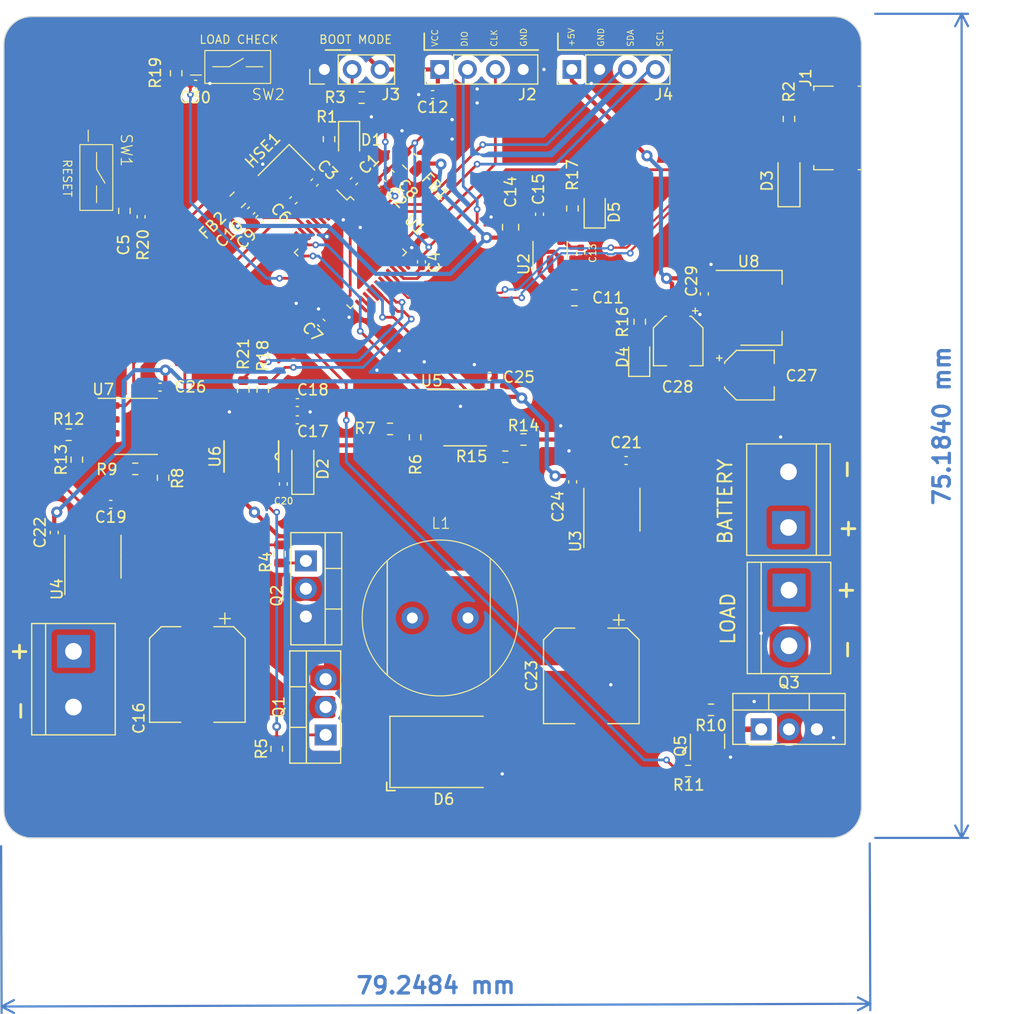
<source format=kicad_pcb>
(kicad_pcb (version 20221018) (generator pcbnew)
  (layers (0 "F.Cu" signal) (31 "B.Cu" signal) (34 "B.Paste" user) (35 "F.Paste" user) (36 "B.SilkS" user "B.Silkscreen") (37 "F.SilkS" user "F.Silkscreen") (38 "B.Mask" user) (39 "F.Mask" user) (44 "Edge.Cuts" user))
  (net 0 "")
  (net 1 "VCC")
  (net 2 "GND")
  (net 3 "/MCU/HSE_IN")
  (net 4 "/MCU/NRST")
  (net 5 "/MCU/HSE_OUT")
  (net 6 "VDDA")
  (net 7 "+5V")
  (net 8 "Net-(U2-BP)")
  (net 9 "+BATT")
  (net 10 "Net-(U4-FILTER)")
  (net 11 "Net-(D2-K)")
  (net 12 "Net-(U3-FILTER)")
  (net 13 "Net-(D1-K)")
  (net 14 "Net-(D3-A)")
  (net 15 "Net-(D4-A)")
  (net 16 "Net-(D5-A)")
  (net 17 "/MCU/USB-")
  (net 18 "/MCU/USB+")
  (net 20 "/MCU/SWDIO")
  (net 21 "/MCU/SWCLK")
  (net 22 "Net-(J3-Pin_2)")
  (net 23 "/MCU/LCD_SDA")
  (net 24 "/MCU/LCD_SCL")
  (net 25 "Net-(Q1-G)")
  (net 26 "Net-(Q2-G)")
  (net 27 "Net-(Q3-G)")
  (net 28 "/Sens/-LOAD")
  (net 29 "Net-(Q5-B)")
  (net 30 "/MCU/DEBUG_LED")
  (net 31 "/MCU/BOOT0")
  (net 32 "Net-(U6-LO)")
  (net 33 "Net-(U6-HO)")
  (net 34 "/Sens/VOL_OUT")
  (net 35 "/Sens/VOL_IN")
  (net 36 "/MCU/LOAD_CTR")
  (net 37 "/Sens/CURR_IN_SENS")
  (net 38 "Net-(U7A-+)")
  (net 39 "/Sens/CURR_OUT_SENS")
  (net 40 "Net-(U6-IN)")
  (net 41 "/MCU/PWM_PIN")
  (net 42 "Net-(U6-~{SD})")
  (net 43 "/MCU/BUCK_EN")
  (net 44 "/Sens/PANEL_IN")
  (net 47 "/MCU/CURR_IN")
  (net 48 "/MCU/CURR_OUT")
  (net 49 "/MCU/VADC_IN")
  (net 50 "/MCU/VADC_OUT")
  (net 69 "Net-(U5B-+)")
  (net 70 "/Sens/VIN")
  (net 71 "/Sens/VOUT")
  (net 72 "/MCU/LOAD_CHECK")
  (net 73 "Net-(U2-OUT)")
  (net 74 "/Sens/Q1_Q2_COM")
  (footprint "Capacitor_SMD:C_0402_1005Metric" (layer "F.Cu") (at 138.7968 97.3328 180)
    (fp_text reference "C25")
    (fp_text value "100nF")
  )
  (footprint "Capacitor_SMD:C_0402_1005Metric" (layer "F.Cu") (at 132.588 86.896 -90)
    (fp_text reference "C4")
    (fp_text value "100nF")
  )
  (footprint "Capacitor_SMD:C_0402_1005Metric" (layer "F.Cu") (at 122.833811 79.65069 45)
    (fp_text reference "C3")
    (fp_text value "15pF")
  )
  (footprint "Capacitor_SMD:CP_Elec_4x5.4" (layer "F.Cu") (at 156.007201 94.110401 -90)
    (fp_text reference "C28")
    (fp_text value "22uF/16V")
  )
  (footprint "Capacitor_SMD:C_0402_1005Metric" (layer "F.Cu") (at 143.3576 82.55 90)
    (fp_text reference "C15")
    (fp_text value "0.1uF")
  )
  (footprint "Package_TO_SOT_SMD:SOT-223-3_TabPin2" (layer "F.Cu") (at 163.5764 91.0844)
    (fp_text reference "U8")
    (fp_text value "AMS1117-5.0")
  )
  (footprint "Capacitor_SMD:C_0402_1005Metric" (layer "F.Cu") (at 119.986 107.162601 90)
    (fp_text reference "C20")
    (fp_text value "10uF")
  )
  (footprint "Resistor_SMD:R_0603_1608Metric" (layer "F.Cu") (at 156.909 133.35)
    (fp_text reference "R11")
    (fp_text value "1k")
  )
  (footprint "Connector_PinHeader_2.54mm:PinHeader_1x04_P2.54mm_Vertical" (layer "F.Cu") (at 146.304 69.342 90)
    (fp_text reference "J4")
    (fp_text value "LCD_CONNECTOR")
  )
  (footprint "Package_SO:SOIC-8_3.9x4.9mm_P1.27mm" (layer "F.Cu") (at 106.5418 101.9048)
    (fp_text reference "U7")
    (fp_text value "LM358")
  )
  (footprint "Resistor_SMD:R_0603_1608Metric" (layer "F.Cu") (at 124.155201 75.6966 90)
    (fp_text reference "R1")
    (fp_text value "150R")
  )
  (footprint "Capacitor_SMD:C_0402_1005Metric" (layer "F.Cu") (at 158.3948 89.8144 90)
    (fp_text reference "C29")
    (fp_text value "0.1uF")
  )
  (footprint "Resistor_SMD:R_0603_1608Metric" (layer "F.Cu") (at 119.38 131.318 -90)
    (fp_text reference "R5")
    (fp_text value "10R")
  )
  (footprint "Capacitor_SMD:C_0805_2012Metric" (layer "F.Cu") (at 131.572 77.724 -45)
    (fp_text reference "FB1")
    (fp_text value "0805")
  )
  (footprint "Capacitor_SMD:C_0402_1005Metric" (layer "F.Cu") (at 121.264199 99.7284)
    (fp_text reference "C18")
    (fp_text value "100nF")
  )
  (footprint "Resistor_SMD:R_0603_1608Metric" (layer "F.Cu") (at 116.331999 98.552 90)
    (fp_text reference "R21")
    (fp_text value "470R")
  )
  (footprint "Capacitor_SMD:C_0402_1005Metric" (layer "F.Cu") (at 107.0102 82.7812 90)
    (fp_text reference "C5")
    (fp_text value "4.7nF")
  )
  (footprint "TerminalBlock:TerminalBlock_bornier-2_P5.08mm" (layer "F.Cu") (at 166.116 116.84 -90)
    (fp_text reference "TER3" hide)
    (fp_text value "DC_LOAD")
  )
  (footprint "Capacitor_SMD:C_0402_1005Metric" (layer "F.Cu") (at 128.956921 79.731161 -45)
    (fp_text reference "C2")
    (fp_text value "100nF")
  )
  (footprint "Capacitor_SMD:C_0402_1005Metric" (layer "F.Cu") (at 104.2416 109.016799 180)
    (fp_text reference "C19")
    (fp_text value "1nF")
  )
  (footprint "TerminalBlock:TerminalBlock_bornier-2_P5.08mm" (layer "F.Cu") (at 100.838 122.428 -90)
    (fp_text reference "TER1" hide)
    (fp_text value "SOLAR_PN")
  )
  (footprint "Package_QFP:LQFP-48_7x7mm_P0.5mm" (layer "F.Cu") (at 126.1012 86.035301 -45)
    (fp_text reference "U1")
    (fp_text value "STM32F103C8T6")
  )
  (footprint "Package_TO_SOT_THT:TO-220-3_Vertical" (layer "F.Cu") (at 122.0418 114.173 -90)
    (fp_text reference "Q2")
    (fp_text value "IRF3205")
  )
  (footprint "Resistor_SMD:R_0603_1608Metric" (layer "F.Cu") (at 119.634 113.538 -90)
    (fp_text reference "R4")
    (fp_text value "10R")
  )
  (footprint "Resistor_SMD:R_0603_1608Metric" (layer "F.Cu") (at 109.0168 106.5916 90)
    (fp_text reference "R8")
    (fp_text value "10k")
  )
  (footprint "Capacitor_SMD:C_0805_2012Metric" (layer "F.Cu") (at 146.5428 90.17)
    (fp_text reference "C11")
    (fp_text value "10uF/16V")
  )
  (footprint "Capacitor_SMD:C_0402_1005Metric" (layer "F.Cu") (at 126.42449 79.533595 45)
    (fp_text reference "C1")
    (fp_text value "4.7uF")
  )
  (footprint "Resistor_SMD:R_0603_1608Metric" (layer "F.Cu") (at 141.8966 103.0986 180)
    (fp_text reference "R14")
    (fp_text value "3k3")
  )
  (footprint "Diode_SMD:D_SOD-123" (layer "F.Cu") (at 121.763999 105.740199 90)
    (fp_text reference "D2")
    (fp_text value "1N5819W ")
  )
  (footprint "Connector_USB:USB_Micro-B_Molex_47346-0001" (layer "F.Cu") (at 170.088 74.676 90)
    (fp_text reference "J1")
    (fp_text value "USB_B_Micro")
  )
  (footprint "IR2104SPBF:SOIC127P600X175-8N" (layer "F.Cu") (at 117.065 104.648 -90)
    (fp_text reference "U6")
    (fp_text value "IR2104SPBF")
  )
  (footprint "Package_TO_SOT_SMD:SOT-23-5" (layer "F.Cu") (at 144.3228 85.8266 90)
    (fp_text reference "U2")
    (fp_text value "MIC5205-3.3YM5")
  )
  (footprint "Capacitor_SMD:C_0402_1005Metric" (layer "F.Cu") (at 147.1168 86.080601 -90)
    (fp_text reference "C13")
    (fp_text value "0.1uF")
  )
  (footprint "Resistor_SMD:R_0603_1608Metric" (layer "F.Cu") (at 127.127 71.9074)
    (fp_text reference "R3")
    (fp_text value "10k")
  )
  (footprint "LED_SMD:LED_0805_2012Metric" (layer "F.Cu") (at 125.984 75.7705 -90)
    (fp_text reference "D1")
    (fp_text value "RED_LED")
  )
  (footprint "Resistor_SMD:R_0603_1608Metric" (layer "F.Cu") (at 129.7178 102.1334 180)
    (fp_text reference "R7")
    (fp_text value "2k2")
  )
  (footprint "Capacitor_SMD:C_0402_1005Metric" (layer "F.Cu") (at 151.2544 105.0148 180)
    (fp_text reference "C21")
    (fp_text value "1nF")
  )
  (footprint "Resistor_SMD:R_0603_1608Metric" (layer "F.Cu") (at 146.3548 82.0166 90)
    (fp_text reference "R17")
    (fp_text value "1k")
  )
  (footprint "Package_TO_SOT_SMD:SOT-23" (layer "F.Cu") (at 158.684 130.6345 90)
    (fp_text reference "Q5")
    (fp_text value "~")
  )
  (footprint "Resistor_SMD:R_0603_1608Metric" (layer "F.Cu") (at 152.502002 92.354399 -90)
    (fp_text reference "R16")
    (fp_text value "1k")
  )
  (footprint "Induc_THT:Inductor_33uH_5A_THT" (layer "F.Cu") (at 134.2898 119.38)
    (fp_text reference "L1")
    (fp_text value "33uH")
  )
  (footprint "Package_TO_SOT_THT:TO-220-3_Vertical" (layer "F.Cu") (at 163.576 129.54)
    (fp_text reference "Q3")
    (fp_text value "IRF3205")
  )
  (footprint "LED_SMD:LED_0805_2012Metric" (layer "F.Cu") (at 148.3868 82.1182 90)
    (fp_text reference "D5")
    (fp_text value "LED")
  )
  (footprint "Capacitor_SMD:C_0402_1005Metric" (layer "F.Cu") (at 129.765145 78.887017 -45)
    (fp_text reference "C8")
    (fp_text value "100nF")
  )
  (footprint "Capacitor_SMD:C_0402_1005Metric" (layer "F.Cu") (at 146.3802 106.9654 -90)
    (fp_text reference "C24")
    (fp_text value "100nF")
  )
  (footprint "Resistor_SMD:R_0603_1608Metric" (layer "F.Cu") (at 132.0038 102.8954 90)
    (fp_text reference "R6")
    (fp_text value "10k")
  )
  (footprint "TerminalBlock:TerminalBlock_bornier-2_P5.08mm" (layer "F.Cu") (at 166.0704 111.125 90)
    (fp_text reference "TER2" hide)
    (fp_text value "BATT")
  )
  (footprint "Capacitor_SMD:C_0402_1005Metric" (layer "F.Cu") (at 121.264199 101.3032)
    (fp_text reference "C17")
    (fp_text value "10uF")
  )
  (footprint "Capacitor_SMD:C_0402_1005Metric" (layer "F.Cu") (at 133.604 71.628 180)
    (fp_text reference "C12")
    (fp_text value "100nF")
  )
  (footprint "Package_SO:SOIC-8_3.9x4.9mm_P1.27mm" (layer "F.Cu") (at 149.9616 109.4994 90)
    (fp_text reference "U3")
    (fp_text value "ACS712")
  )
  (footprint "LED_SMD:LED_0805_2012Metric" (layer "F.Cu") (at 152.451201 95.656399 90)
    (fp_text reference "D4")
    (fp_text value "LED")
  )
  (footprint "Capacitor_SMD:C_0402_1005Metric" (layer "F.Cu") (at 117.833133 82.991011 -135)
    (fp_text reference "C9")
    (fp_text value "100nF")
  )
  (footprint "Connector_PinHeader_2.54mm:PinHeader_1x03_P2.54mm_Vertical" (layer "F.Cu") (at 123.7234 69.342 90)
    (fp_text reference "J3")
    (fp_text value "BOOT MODE")
  )
  (footprint "Resistor_SMD:R_0603_1608Metric" (layer "F.Cu") (at 166.116 73.851 -90)
    (fp_text reference "R2")
    (fp_text value "4k7")
  )
  (footprint "Capacitor_SMD:C_0402_1005Metric" (layer "F.Cu") (at 99.085398 111.583999 -90)
    (fp_text reference "C22")
    (fp_text value "100nF")
  )
  (footprint "Resistor_SMD:R_0603_1608Metric" (layer "F.Cu") (at 118.11 98.552 90)
    (fp_text reference "R18")
    (fp_text value "470R")
  )
  (footprint "Resistor_SMD:R_0603_1608Metric" (layer "F.Cu") (at 105.4862 82.2452 90)
    (fp_text reference "R20")
    (fp_text value "10k")
  )
  (footprint "Resistor_SMD:R_0603_1608Metric" (layer "F.Cu") (at 110.2106 69.6854 -90)
    (fp_text reference "R19")
    (fp_text value "1k")
  )
  (footprint "Capacitor_SMD:CP_Elec_4x5.4" (layer "F.Cu") (at 162.5096 97.231199)
    (fp_text reference "C27")
    (fp_text value "10uF/16V")
  )
  (footprint "Resistor_SMD:R_0603_1608Metric" (layer "F.Cu") (at 100.397 102.6658)
    (fp_text reference "R12")
    (fp_text value "3k3")
  )
  (footprint "Diode_SMD:D_SOD-123" (layer "F.Cu") (at 166.116 79.502 90)
    (fp_text reference "D3")
    (fp_text value "B120-E3")
  )
  (footprint "Package_SO:SOIC-8_3.9x4.9mm_P1.27mm" (layer "F.Cu") (at 136.5758 101.1174)
    (fp_text reference "U5")
    (fp_text value "LM358")
  )
  (footprint "Capacitor_SMD:C_0805_2012Metric" (layer "F.Cu") (at 115.824 81.2292 -135)
    (fp_text reference "FB2")
    (fp_text value "0805")
  )
  (footprint "Package_TO_SOT_THT:TO-220-3_Vertical" (layer "F.Cu") (at 123.845202 130.048002 90)
    (fp_text reference "Q1")
    (fp_text value "IRF3205")
  )
  (footprint "Resistor_SMD:R_0603_1608Metric" (layer "F.Cu") (at 106.4768 105.7788 180)
    (fp_text reference "R9")
    (fp_text value "2k2")
  )
  (footprint "Capacitor_SMD:CP_Elec_8x10.5" (layer "F.Cu") (at 148.082 124.6632 -90)
    (fp_text reference "C23")
    (fp_text value "100uF/50V")
  )
  (footprint "Package_SO:SOIC-8_3.9x4.9mm_P1.27mm" (layer "F.Cu") (at 102.616 113.792 90)
    (fp_text reference "U4")
    (fp_text value "ACS712")
  )
  (footprint "Resistor_SMD:R_0603_1608Metric" (layer "F.Cu") (at 101.1428 104.9396 90)
    (fp_text reference "R13")
    (fp_text value "2k2")
  )
  (footprint "Capacitor_SMD:C_0402_1005Metric" (layer "F.Cu") (at 108.7404 98.3234 180)
    (fp_text reference "C26")
    (fp_text value "100nF")
  )
  (footprint "Capacitor_SMD:CP_Elec_8x10.5" (layer "F.Cu") (at 112.141 124.5362 -90)
    (fp_text reference "C16")
    (fp_text value "100uF/50V")
  )
  (footprint "Resistor_SMD:R_0603_1608Metric" (layer "F.Cu") (at 140.2334 104.6734)
    (fp_text reference "R15")
    (fp_text value "2k2")
  )
  (footprint "Capacitor_SMD:C_0402_1005Metric" (layer "F.Cu") (at 117.062108 82.219986 -135)
    (fp_text reference "C10")
    (fp_text value "1uF")
  )
  (footprint "Connector_PinHeader_2.54mm:PinHeader_1x04_P2.54mm_Vertical" (layer "F.Cu") (at 134.249 69.342 90)
    (fp_text reference "J2")
    (fp_text value "SPI CONNECTOR")
  )
  (footprint "Button_SMD:Button_3x6_SMD" (layer "F.Cu") (at 102.9462 79.1972 -90)
    (fp_text reference "SW1")
    (fp_text value "RESET")
  )
  (footprint "Capacitor_SMD:C_0805_2012Metric" (layer "F.Cu") (at 140.716 83.729801 90)
    (fp_text reference "C14")
    (fp_text value "22uF/16V")
  )
  (footprint "Resistor_SMD:R_0603_1608Metric" (layer "F.Cu") (at 159.004 127.762 180)
    (fp_text reference "R10")
    (fp_text value "10k")
  )
  (footprint "Capacitor_SMD:C_0402_1005Metric" (layer "F.Cu") (at 111.9886 70.6892)
    (fp_text reference "C30")
    (fp_text value "100nF")
  )
  (footprint "Capacitor_SMD:C_0402_1005Metric" (layer "F.Cu") (at 120.904 81.28 -135)
    (fp_text reference "C6")
    (fp_text value "15pF")
  )
  (footprint "Diode_SMD:D_SMC" (layer "F.Cu") (at 134.62 131.5974)
    (fp_text reference "D6")
    (fp_text value "40V/5A")
  )
  (footprint "Capacitor_SMD:C_0402_1005Metric" (layer "F.Cu") (at 123.444 92.456 135)
    (fp_text reference "C7")
    (fp_text value "100nF")
  )
  (footprint "Crystal:Crystal_SMD_3225-4Pin_3.2x2.5mm" (layer "F.Cu") (at 120.267294 78.768784 -135)
    (fp_text reference "HSE1")
    (fp_text value "8MHz")
  )
  (footprint "Button_SMD:Button_3x6_SMD" (layer "F.Cu") (at 115.824 69.088)
    (fp_text reference "SW2")
    (fp_text value "LOAD_CHECK_BUTTON")
  )
  (gr_line (start 132.842 67.564) (end 143.256 67.564) (stroke (width 0.15)) (layer "F.SilkS"))
  (gr_line (start 132.842 67.564) (end 132.842 66.04) (stroke (width 0.15)) (layer "F.SilkS"))
  (gr_line (start 145.034 67.564) (end 155.448 67.564) (stroke (width 0.15)) (layer "F.SilkS"))
  (gr_line (start 123.825 67.564) (end 126.111 67.564) (stroke (width 0.15)) (layer "F.SilkS"))
  (gr_line (start 129.413 135.128) (end 129.413 134.366) (stroke (width 0.15)) (layer "F.SilkS"))
  (gr_line (start 145.034 67.564) (end 145.034 66.04) (stroke (width 0.15)) (layer "F.SilkS"))
  (gr_line (start 130.175 135.128) (end 129.413 135.128) (stroke (width 0.15)) (layer "F.SilkS"))
  (gr_line (start 94.488 136.906) (end 94.488 67.056) (stroke (width 0.1)) (layer "Edge.Cuts"))
  (gr_arc (start 97.028 139.446) (mid 95.231949 138.702051) (end 94.488 136.906) (stroke (width 0.1)) (layer "Edge.Cuts"))
  (gr_line (start 169.926 139.446) (end 97.028 139.446) (stroke (width 0.1)) (layer "Edge.Cuts"))
  (gr_arc (start 172.72 136.652) (mid 171.901656 138.627656) (end 169.926 139.446) (stroke (width 0.1)) (layer "Edge.Cuts"))
  (gr_line (start 97.028 64.516) (end 170.18 64.516) (stroke (width 0.1)) (layer "Edge.Cuts"))
  (gr_line (start 172.72 67.056) (end 172.72 136.652) (stroke (width 0.1)) (layer "Edge.Cuts"))
  (gr_arc (start 94.488 67.056) (mid 95.231949 65.259949) (end 97.028 64.516) (stroke (width 0.1)) (layer "Edge.Cuts"))
  (gr_arc (start 170.18 64.516) (mid 171.976051 65.259949) (end 172.72 67.056) (stroke (width 0.1)) (layer "Edge.Cuts"))
  (gr_text "+5V\n\n\nGND\n\n\nSDA\n\n\nSCL\n" (at 154.686 67.31 90) (layer "F.SilkS") (effects (font (size 0.5588 0.5588) (thickness 0.0762)) (justify left bottom)))
  (gr_text "+" (at 97.027999 121.666 180) (layer "F.SilkS") (effects (font (size 1.524 1.524) (thickness 0.254) bold) (justify left bottom)))
  (gr_text "+" (at 170.434 112.014) (layer "F.SilkS") (effects (font (size 1.524 1.524) (thickness 0.254) bold) (justify left bottom)))
  (gr_text "BOOT MODE" (at 123.19 67.056) (layer "F.SilkS") (effects (font (size 0.762 0.762) (thickness 0.1016) bold) (justify left bottom)))
  (gr_text "-" (at 95.25 126.746 -90) (layer "F.SilkS") (effects (font (size 1.524 1.524) (thickness 0.254) bold) (justify left bottom)))
  (gr_text "VCC\n\n\nDIO\n\n\nCLK\n\n\nGND\n" (at 142.24 67.31 90) (layer "F.SilkS") (effects (font (size 0.5588 0.5588) (thickness 0.0762)) (justify left bottom)))
  (gr_text "-" (at 172.212 106.934 90) (layer "F.SilkS") (effects (font (size 1.524 1.524) (thickness 0.254) bold) (justify left bottom)))
  (gr_text "BATTERY" (at 161.036 112.776 90) (layer "F.SilkS") (effects (font (size 1.27 1.27) (thickness 0.1778)) (justify left bottom)))
  (gr_text "+" (at 172.465999 116.078 180) (layer "F.SilkS") (effects (font (size 1.524 1.524) (thickness 0.254) bold) (justify left bottom)))
  (gr_text "-" (at 170.688 121.158 -90) (layer "F.SilkS") (effects (font (size 1.524 1.524) (thickness 0.254) bold) (justify left bottom)))
  (gr_text "LOAD CHECK" (at 112.268 67.056) (layer "F.SilkS") (effects (font (size 0.762 0.762) (thickness 0.1016) bold) (justify left bottom)))
  (gr_text "RESET\n" (at 99.822 77.47 270) (layer "F.SilkS") (effects (font (size 0.762 0.762) (thickness 0.1016) bold) (justify left bottom)))
  (gr_text "LOAD" (at 161.29 121.92 90) (layer "F.SilkS") (effects (font (size 1.27 1.27) (thickness 0.1778)) (justify left bottom)))
  (dimension (type aligned) (layer "B.Cu") (pts (xy 173.482 64.262) (xy 173.482 139.446)) (height -8.382) (gr_text "2960.0000 mils" (at 180.064 101.854 90) (layer "B.Cu") (effects (font (size 1.5 1.5) (thickness 0.3)))) (format (prefix "") (suffix "") (units 3) (units_format 1) (precision 4)) (style (thickness 0.2) (arrow_length 1.27) (text_position_mode 0) (extension_height 0.58642) (extension_offset 0.5) keep_text_aligned))
  (dimension (type aligned) (layer "B.Cu") (pts (xy 94.234 139.7) (xy 173.482 139.446)) (height 15.129913) (gr_text "3120.0160 mils" (at 133.900724 152.902844 0.1836396901) (layer "B.Cu") (effects (font (size 1.5 1.5) (thickness 0.3)))) (format (prefix "") (suffix "") (units 3) (units_format 1) (precision 4)) (style (thickness 0.2) (arrow_length 1.27) (text_position_mode 0) (extension_height 0.58642) (extension_offset 0.5) keep_text_aligned))
  (segment (start 128.61751 79.35583) (end 129.425734 78.547606) (width 0.254) (layer "F.Cu") (net 1))
  (segment (start 131.999798 76.0476) (end 134.084 73.963398) (width 0.254) (layer "F.Cu") (net 1))
  (segment (start 131.9784 76.068998) (end 131.9784 76.0476) (width 0.254) (layer "F.Cu") (net 1))
  (segment (start 108.0008 78.9056) (end 108.0008 70.7644) (width 0.381) (layer "F.Cu") (net 1))
  (segment (start 126.8222 67.3608) (end 128.8034 69.342) (width 0.381) (layer "F.Cu") (net 1))
  (segment (start 126.085079 80.132516) (end 127.099988 81.147425) (width 0.254) (layer "F.Cu") (net 1))
  (segment (start 105.4862 81.4202) (end 108.0008 78.9056) (width 0.381) (layer "F.Cu") (net 1))
  (segment (start 166.116 73.026) (end 160.908 73.026) (width 0.254) (layer "F.Cu") (net 1))
  (segment (start 111.7102 67.3608) (end 126.8222 67.3608) (width 0.381) (layer "F.Cu") (net 1))
  (segment (start 123.783411 92.242178) (end 125.102412 90.923177) (width 0.254) (layer "F.Cu") (net 1))
  (segment (start 125.102412 81.147425) (end 125.102412 80.855673) (width 0.254) (layer "F.Cu") (net 1))
  (segment (start 127.132575 81.147425) (end 128.61751 79.66249) (width 0.254) (layer "F.Cu") (net 1))
  (segment (start 125.984 79.771927) (end 125.984 76.708) (width 0.254) (layer "F.Cu") (net 1))
  (segment (start 126.085079 79.873006) (end 126.085079 89.94051) (width 0.254) (layer "F.Cu") (net 1))
  (segment (start 109.9048 68.8604) (end 110.2106 68.8604) (width 0.381) (layer "F.Cu") (net 1))
  (segment (start 133.2484 85.5472) (end 133.2484 85.7556) (width 0.254) (layer "F.Cu") (net 1))
  (segment (start 140.3096 78.486) (end 133.2484 85.5472) (width 0.254) (layer "F.Cu") (net 1))
  (segment (start 134.084 71.628) (end 134.084 69.507) (width 0.381) (layer "F.Cu") (net 1))
  (segment (start 130.989076 87.066617) (end 131.639693 86.416) (width 0.254) (layer "F.Cu") (net 1))
  (segment (start 131.9784 76.0476) (end 131.999798 76.0476) (width 0.254) (layer "F.Cu") (net 1))
  (segment (start 131.074699 76.972699) (end 131.9784 76.068998) (width 0.254) (layer "F.Cu") (net 1))
  (segment (start 129.499792 78.547606) (end 131.074699 76.972699) (width 0.254) (layer "F.Cu") (net 1))
  (segment (start 134.249 69.342) (end 128.8034 69.342) (width 0.381) (layer "F.Cu") (net 1))
  (segment (start 126.085079 89.94051) (end 125.102412 90.923177) (width 0.254) (layer "F.Cu") (net 1))
  (segment (start 129.425734 78.547606) (end 129.499792 78.547606) (width 0.254) (layer "F.Cu") (net 1))
  (segment (start 123.783411 92.795411) (end 123.783411 92.242178) (width 0.254) (layer "F.Cu") (net 1))
  (segment (start 134.084 73.963398) (end 134.084 71.628) (width 0.254) (layer "F.Cu") (net 1))
  (segment (start 131.639693 86.416) (end 132.588 86.416) (width 0.254) (layer "F.Cu") (net 1))
  (segment (start 155.448 78.486) (end 140.3096 78.486) (width 0.254) (layer "F.Cu") (net 1))
  (segment (start 130.989076 87.034089) (end 130.989076 87.066617) (width 0.254) (layer "F.Cu") (net 1))
  (segment (start 125.102412 80.855673) (end 126.085079 79.873006) (width 0.254) (layer "F.Cu") (net 1))
  (segment (start 108.0008 70.7644) (end 109.9048 68.8604) (width 0.381) (layer "F.Cu") (net 1))
  (segment (start 127.099988 81.147425) (end 127.132575 81.147425) (width 0.254) (layer "F.Cu") (net 1))
  (segment (start 128.61751 79.66249) (end 128.61751 79.39175) (width 0.254) (layer "F.Cu") (net 1))
  (segment (start 133.2484 85.7556) (end 132.588 86.416) (width 0.254) (layer "F.Cu") (net 1))
  (segment (start 134.084 69.507) (end 134.249 69.342) (width 0.381) (layer "F.Cu") (net 1))
  (segment (start 126.085079 79.873006) (end 125.984 79.771927) (width 0.254) (layer "F.Cu") (net 1))
  (segment (start 126.085079 79.873006) (end 126.085079 80.132516) (width 0.254) (layer "F.Cu") (net 1))
  (segment (start 128.61751 79.39175) (end 128.61751 79.35583) (width 0.254) (layer "F.Cu") (net 1))
  (segment (start 110.2106 68.8604) (end 111.7102 67.3608) (width 0.381) (layer "F.Cu") (net 1))
  (segment (start 160.908 73.026) (end 155.448 78.486) (width 0.254) (layer "F.Cu") (net 1))
  (via (at 131.9784 76.0476) (size 0.6096) (drill 0.3048) (layers "F.Cu" "B.Cu") (net 1))
  (via (at 133.2484 85.5472) (size 0.6096) (drill 0.3048) (layers "F.Cu" "B.Cu") (net 1))
  (segment (start 133.2484 85.4964) (end 133.2484 85.5472) (width 0.254) (layer "B.Cu") (net 1))
  (segment (start 131.9784 76.0476) (end 131.9784 84.2264) (width 0.254) (layer "B.Cu") (net 1))
  (segment (start 131.9784 84.2264) (end 133.2484 85.4964) (width 0.254) (layer "B.Cu") (net 1))
  (segment (start 133.2484 85.5472) (end 133.2992 85.5472) (width 0.254) (layer "B.Cu") (net 1))
  (segment (start 133.2992 85.5472) (end 133.2484 85.4964) (width 0.254) (layer "B.Cu") (net 1))
  (segment (start 170.18 130.302) (end 169.418 130.302) (width 0.254) (layer "F.Cu") (net 2))
  (segment (start 118.888436 78.756436) (end 118.11 77.978) (width 0.254) (layer "F.Cu") (net 2))
  (segment (start 149.86 125.476) (end 149.86 126.5852) (width 0.254) (layer "F.Cu") (net 2))
  (segment (start 147.4928 86.936601) (end 147.1168 86.560601) (width 0.254) (layer "F.Cu") (net 2))
  (segment (start 147.127238 86.560601) (end 147.1168 86.560601) (width 0.254) (layer "F.Cu") (net 2))
  (segment (start 129.296332 80.070572) (end 129.296332 80.034652) (width 0.254) (layer "F.Cu") (net 2))
  (segment (start 169.418 130.302) (end 168.656 129.54) (width 0.254) (layer "F.Cu") (net 2))
  (segment (start 130.81 79.756) (end 130.634128 79.756) (width 0.254) (layer "F.Cu") (net 2))
  (segment (start 137.9728 97.3328) (end 137.414 96.774) (width 0.254) (layer "F.Cu") (net 2))
  (segment (start 129.296332 80.070572) (end 128.883949 80.070572) (width 0.254) (layer "F.Cu") (net 2))
  (segment (start 133.124 71.628) (end 132.334 71.628) (width 0.254) (layer "F.Cu") (net 2))
  (segment (start 118.844278 78.989719) (end 118.888436 78.945561) (width 0.254) (layer "F.Cu") (net 2))
  (segment (start 123.952 84.582) (end 123.587239 84.582) (width 0.254) (layer "F.Cu") (net 2))
  (segment (start 104.521 109.217399) (end 104.7216 109.016799) (width 0.254) (layer "F.Cu") (net 2))
  (segment (start 156.007201 95.910401) (end 155.323703 96.593899) (width 0.254) (layer "F.Cu") (net 2))
  (segment (start 143.3576 82.07) (end 141.425801 82.07) (width 0.381) (layer "F.Cu") (net 2))
  (segment (start 113.284 70.612) (end 112.5458 70.612) (width 0.254) (layer "F.Cu") (net 2))
  (segment (start 123.173222 79.311279) (end 122.45395 78.592007) (width 0.254) (layer "F.Cu") (net 2))
  (segment (start 158.3948 89.0012) (end 158.6116 88.7844) (width 0.508) (layer "F.Cu") (net 2))
  (segment (start 160.274 131.572) (end 160.782 132.08) (width 0.254) (layer "F.Cu") (net 2))
  (segment (start 145.36362 88.392) (end 144.3228 87.35118) (width 0.254) (layer "F.Cu") (net 2))
  (segment (start 159.004 87.122) (end 159.004 87.362) (width 0.254) (layer "F.Cu") (net 2))
  (segment (start 118.844278 80.353801) (end 118.844278 78.989719) (width 0.254) (layer "F.Cu") (net 2))
  (segment (start 131.205459 87.95758) (end 130.635522 87.387643) (width 0.254) (layer "F.Cu") (net 2))
  (segment (start 130.634128 79.756) (end 130.104556 79.226428) (width 0.254) (layer "F.Cu") (net 2))
  (segment (start 147.4928 90.17) (end 145.7148 88.392) (width 0.254) (layer "F.Cu") (net 2))
  (segment (start 145.7148 88.392) (end 145.36362 88.392) (width 0.254) (layer "F.Cu") (net 2))
  (segment (start 166.0704 98.991999) (end 166.0704 102.87) (width 0.254) (layer "F.Cu") (net 2))
  (segment (start 104.521 111.317) (end 104.521 109.217399) (width 0.254) (layer "F.Cu") (net 2))
  (segment (start 129.296332 80.034652) (end 130.104556 79.226428) (width 0.254) (layer "F.Cu") (net 2))
  (segment (start 144.3228 87.35118) (end 144.3228 86.9641) (width 0.254) (layer "F.Cu") (net 2))
  (segment (start 122.428 100.619399) (end 121.744199 101.3032) (width 0.254) (layer "F.Cu") (net 2))
  (segment (start 123.104589 92.116589) (end 123.201892 92.116589) (width 0.254) (layer "F.Cu") (net 2))
  (segment (start 122.428 100.584) (end 122.428 100.619399) (width 0.254) (layer "F.Cu") (net 2))
  (segment (start 126.883604 82.070917) (end 127.453542 81.500979) (width 0.254) (layer "F.Cu") (net 2))
  (segment (start 127 83.752121) (end 130.635522 87.387643) (width 0.254) (layer "F.Cu") (net 2))
  (segment (start 115.16 100.682) (end 115.062 100.584) (width 0.254) (layer "F.Cu") (net 2))
  (segment (start 137.414 96.774) (end 137.414 96.266) (width 0.254) (layer "F.Cu") (net 2))
  (segment (start 148.3868 85.301039) (end 147.127238 86.560601) (width 0.254) (layer "F.Cu") (net 2))
  (segment (start 158.3948 89.3344) (end 158.3948 89.0012) (width 0.508) (layer "F.Cu") (net 2))
  (segment (start 126.883604 83.635725) (end 126.883604 82.070917) (width 0.254) (layer "F.Cu") (net 2))
  (segment (start 122.428 100.584) (end 122.428 100.412201) (width 0.254) (layer "F.Cu") (net 2))
  (segment (start 166.0704 102.87) (end 166.0704 106.045) (width 0.254) (layer "F.Cu") (net 2))
  (segment (start 122.45395 78.592007) (end 121.646152 78.592007) (width 0.254) (layer "F.Cu") (net 2))
  (segment (start 138.3168 97.3328) (end 137.9728 97.3328) (width 0.254) (layer "F.Cu") (net 2))
  (segment (start 141.425801 82.07) (end 140.716 82.779801) (width 0.381) (layer "F.Cu") (net 2))
  (segment (start 143.764 69.342) (end 141.869 69.342) (width 0.254) (layer "F.Cu") (net 2))
  (segment (start 164.3096 97.231199) (end 166.0704 98.991999) (width 0.254) (layer "F.Cu") (net 2))
  (segment (start 115.16 102.1842) (end 115.16 100.682) (width 0.254) (layer "F.Cu") (net 2))
  (segment (start 118.888436 78.945561) (end 118.888436 78.756436) (width 0.254) (layer "F.Cu") (net 2))
  (segment (start 148.082 70.612) (end 148.082 70.104) (width 0.254) (layer "F.Cu") (net 2))
  (segment (start 155.323703 96.593899) (end 152.451201 96.593899) (width 0.254) (layer "F.Cu") (net 2))
  (segment (start 159.634 131.572) (end 160.274 131.572) (width 0.254) (layer "F.Cu") (net 2))
  (segment (start 122.428 100.412201) (end 121.744199 99.7284) (width 0.254) (layer "F.Cu") (net 2))
  (segment (start 151.8666 107.0244) (end 151.8666 105.147) (width 0.254) (layer "F.Cu") (net 2))
  (segment (start 148.3868 83.0557) (end 148.3868 85.301039) (width 0.254) (layer "F.Cu") (net 2))
  (segment (start 139.954 133.604) (end 139.954 133.5314) (width 0.254) (layer "F.Cu") (net 2))
  (segment (start 123.587239 84.582) (end 122.627538 83.622299) (width 0.254) (layer "F.Cu") (net 2))
  (segment (start 120.109888 81.619411) (end 118.844278 80.353801) (width 0.254) (layer "F.Cu") (net 2))
  (segment (start 158.6116 88.7844) (end 160.4264 88.7844) (width 0.508) (layer "F.Cu") (net 2))
  (segment (start 132.588 87.376) (end 132.00642 87.95758) (width 0.254) (layer "F.Cu") (net 2))
  (segment (start 149.86 126.5852) (end 148.082 128.3632) (width 0.254) (layer "F.Cu") (net 2))
  (segment (start 123.201892 92.116589) (end 124.748858 90.569623) (width 0.254) (layer "F.Cu") (net 2))
  (segment (start 147.4928 90.17) (end 147.4928 86.936601) (width 0.254) (layer "F.Cu") (net 2))
  (segment (start 125.222 83.289779) (end 125.222 83.312) (width 0.254) (layer "F.Cu") (net 2))
  (segment (start 165.354 102.87) (end 166.0704 102.87) (width 0.254) (layer "F.Cu") (net 2))
  (segment (start 139.954 133.5314) (end 138.02 131.5974) (width 0.254) (layer "F.Cu") (net 2))
  (segment (start 148.082 70.104) (end 148.844 69.342) (width 0.254) (layer "F.Cu") (net 2))
  (segment (start 112.5458 70.612) (end 112.4686 70.6892) (width 0.254) (layer "F.Cu") (net 2))
  (segment (start 125.453779 83.058) (end 125.222 83.289779) (width 0.254) (layer "F.Cu") (net 2))
  (segment (start 128.883949 80.070572) (end 127.453542 81.500979) (width 0.254) (layer "F.Cu") (net 2))
  (segment (start 127 83.752121) (end 126.883604 83.635725) (width 0.254) (layer "F.Cu") (net 2))
  (segment (start 159.004 87.362) (end 160.4264 88.7844) (width 0.254) (layer "F.Cu") (net 2))
  (segment (start 151.8666 105.147) (end 151.7344 105.0148) (width 0.254) (layer "F.Cu") (net 2))
  (segment (start 125.222 83.312) (end 123.952 84.582) (width 0.254) (layer "F.Cu") (net 2))
  (segment (start 120.564589 81.619411) (end 120.109888 81.619411) (width 0.254) (layer "F.Cu") (net 2))
  (segment (start 132.00642 87.95758) (end 131.205459 87.95758) (width 0.254) (layer "F.Cu") (net 2))
  (via (at 118.11 77.978) (size 0.6096) (drill 0.3048) (layers "F.Cu" "B.Cu") (net 2))
  (via (at 122.428 100.584) (size 0.6096) (drill 0.3048) (layers "F.Cu" "B.Cu") (net 2))
  (via (at 125.984 91.948) (size 0.6096) (drill 0.3048) (layers "F.Cu" "B.Cu") (net 2))
  (via (at 135.382 75.692) (size 0.6096) (drill 0.3048) (layers "F.Cu" "B.Cu") (net 2))
  (via (at 123.19 91.186) (size 0.6096) (drill 0.3048) (layers "F.Cu" "B.Cu") (net 2))
  (via (at 157.988 91.694) (size 0.6096) (drill 0.3048) (layers "F.Cu" "B.Cu") (net 2))
  (via (at 137.668 72.39) (size 0.6096) (drill 0.3048) (layers "F.Cu" "B.Cu") (net 2))
  (via (at 128.016 73.66) (size 0.6096) (drill 0.3048) (layers "F.Cu" "B.Cu") (net 2))
  (via (at 113.284 70.612) (size 0.6096) (drill 0.3048) (layers "F.Cu" "B.Cu") (net 2))
  (via (at 145.288 101.854) (size 0.6096) (drill 0.3048) (layers "F.Cu" "B.Cu") (net 2))
  (via (at 159.004 87.122) (size 0.6096) (drill 0.3048) (layers "F.Cu" "B.Cu") (net 2))
  (via (at 163.576 120.777) (size 0.6096) (drill 0.3048) (layers "F.Cu" "B.Cu") (net 2))
  (via (at 148.082 70.612) (size 0.6096) (drill 0.3048) (layers "F.Cu" "B.Cu") (net 2))
  (via (at 123.952 84.582) (size 0.6096) (drill 0.3048) (layers "F.Cu" "B.Cu") (net 2))
  (via (at 128.524 96.774) (size 0.6096) (drill 0.3048) (layers "F.Cu" "B.Cu") (net 2))
  (via (at 138.938 82.804) (size 0.6096) (drill 0.3048) (layers "F.Cu" "B.Cu") (net 2))
  (via (at 170.18 130.302) (size 0.6096) (drill 0.3048) (layers "F.Cu" "B.Cu") (net 2))
  (via (at 160.782 132.08) (size 0.6096) (drill 0.3048) (layers "F.Cu" "B.Cu") (net 2))
  (via (at 127 83.752121) (size 0.6096) (drill 0.3048) (layers "F.Cu" "B.Cu") (net 2))
  (via (at 130.556 94.996) (size 0.6096) (drill 0.3048) (layers "F.Cu" "B.Cu") (net 2))
  (via (at 136.144 100.076) (size 0.6096) (drill 0.3048) (layers "F.Cu" "B.Cu") (net 2))
  (via (at 131.699 85.598) (size 0.6096) (drill 0.3048) (layers "F.Cu" "B.Cu") (net 2))
  (via (at 132.334 71.628) (size 0.6096) (drill 0.3048) (layers "F.Cu" "B.Cu") (net 2))
  (via (at 125.453779 83.058) (size 0.6096) (drill 0.3048) (layers "F.Cu" "B.Cu") (net 2))
  (via (at 139.954 133.604) (size 0.6096) (drill 0.3048) (layers "F.Cu" "B.Cu") (net 2))
  (via (at 143.764 69.342) (size 0.6096) (drill 0.3048) (layers "F.Cu" "B.Cu") (net 2))
  (via (at 165.354 102.87) (size 0.6096) (drill 0.3048) (layers "F.Cu" "B.Cu") (net 2))
  (via (at 115.062 100.584) (size 0.6096) (drill 0.3048) (layers "F.Cu" "B.Cu") (net 2))
  (via (at 121.158 90.678) (size 0.6096) (drill 0.3048) (layers "F.Cu" "B.Cu") (net 2))
  (via (at 130.81 79.756) (size 0.6096) (drill 0.3048) (layers "F.Cu" "B.Cu") (net 2))
  (via (at 162.941 127) (size 0.6096) (drill 0.3048) (layers "F.Cu" "B.Cu") (net 2))
  (via (at 135.382 73.914) (size 0.6096) (drill 0.3048) (layers "F.Cu" "B.Cu") (net 2))
  (via (at 137.668 71.12) (size 0.6096) (drill 0.3048) (layers "F.Cu" "B.Cu") (net 2))
  (via (at 149.86 125.476) (size 0.6096) (drill 0.3048) (layers "F.Cu" "B.Cu") (net 2))
  (via (at 146.05 104.14) (size 0.6096) (drill 0.3048) (layers "F.Cu" "B.Cu") (net 2))
  (via (at 130.81 74.93) (size 0.6096) (drill 0.3048) (layers "F.Cu" "B.Cu") (net 2))
  (via (at 132.842 96.012) (size 0.6096) (drill 0.3048) (layers "F.Cu" "B.Cu") (net 2))
  (via (at 137.414 96.266) (size 0.6096) (drill 0.3048) (layers "F.Cu" "B.Cu") (net 2))
  (segment (start 130.81 73.152) (end 132.334 71.628) (width 0.254) (layer "B.Cu") (net 2))
  (segment (start 130.81 74.93) (end 130.81 79.756) (width 0.254) (layer "B.Cu") (net 2))
  (segment (start 123.19 91.186) (end 121.666 91.186) (width 0.254) (layer "B.Cu") (net 2))
  (segment (start 123.19 91.186) (end 123.952 91.948) (width 0.254) (layer "B.Cu") (net 2))
  (segment (start 130.81 74.93) (end 130.81 73.152) (width 0.254) (layer "B.Cu") (net 2))
  (segment (start 146.05 102.616) (end 145.288 101.854) (width 0.254) (layer "B.Cu") (net 2))
  (segment (start 121.666 91.186) (end 121.158 90.678) (width 0.254) (layer "B.Cu") (net 2))
  (segment (start 123.952 91.948) (end 125.984 91.948) (width 0.254) (layer "B.Cu") (net 2))
  (segment (start 146.05 104.14) (end 146.05 102.616) (width 0.254) (layer "B.Cu") (net 2))
  (segment (start 119.949096 78.394696) (end 121.544501 79.990101) (width 0.254) (layer "F.Cu") (net 3))
  (segment (start 121.544501 79.990101) (end 122.4944 79.990101) (width 0.254) (layer "F.Cu") (net 3))
  (segment (start 120.444071 77.389926) (end 119.949096 77.884901) (width 0.254) (layer "F.Cu") (net 3))
  (segment (start 122.4944 81.367841) (end 123.688198 82.561639) (width 0.254) (layer "F.Cu") (net 3))
  (segment (start 122.4944 79.990101) (end 122.4944 81.367841) (width 0.254) (layer "F.Cu") (net 3))
  (segment (start 119.949096 77.884901) (end 119.949096 78.394696) (width 0.254) (layer "F.Cu") (net 3))
  (segment (start 116.713 79.121) (end 115.189 79.121) (width 0.254) (layer "F.Cu") (net 4))
  (segment (start 122.116345 82.404) (end 119.996 82.404) (width 0.254) (layer "F.Cu") (net 4))
  (segment (start 102.9462 83.0072) (end 105.4232 83.0072) (width 0.254) (layer "F.Cu") (net 4))
  (segment (start 115.189 79.121) (end 111.0488 83.2612) (width 0.254) (layer "F.Cu") (net 4))
  (segment (start 105.4232 83.0072) (end 105.4862 83.0702) (width 0.254) (layer "F.Cu") (net 4))
  (segment (start 106.8192 83.0702) (end 107.0102 83.2612) (width 0.254) (layer "F.Cu") (net 4))
  (segment (start 105.4862 83.0702) (end 106.8192 83.0702) (width 0.254) (layer "F.Cu") (net 4))
  (segment (start 122.981091 83.268746) (end 122.116345 82.404) (width 0.254) (layer "F.Cu") (net 4))
  (segment (start 119.996 82.404) (end 116.713 79.121) (width 0.254) (layer "F.Cu") (net 4))
  (segment (start 111.0488 83.2612) (end 107.0102 83.2612) (width 0.254) (layer "F.Cu") (net 4))
  (segment (start 120.883464 80.940589) (end 120.090517 80.147642) (width 0.254) (layer "F.Cu") (net 5))
  (segment (start 121.360042 80.940589) (end 121.243411 80.940589) (width 0.254) (layer "F.Cu") (net 5))
  (segment (start 123.334645 82.915192) (end 121.360042 80.940589) (width 0.254) (layer "F.Cu") (net 5))
  (segment (start 121.243411 80.940589) (end 120.883464 80.940589) (width 0.254) (layer "F.Cu") (net 5))
  (segment (start 118.378944 82.858) (end 118.172544 82.6516) (width 0.254) (layer "F.Cu") (net 6))
  (segment (start 118.172544 82.6516) (end 117.401519 81.880575) (width 0.254) (layer "F.Cu") (net 6))
  (segment (start 116.575301 80.477899) (end 116.575301 81.054357) (width 0.254) (layer "F.Cu") (net 6))
  (segment (start 121.156133 82.858) (end 118.378944 82.858) (width 0.254) (layer "F.Cu") (net 6))
  (segment (start 122.273985 83.975852) (end 121.156133 82.858) (width 0.254) (layer "F.Cu") (net 6))
  (segment (start 116.575301 81.054357) (end 117.401519 81.880575) (width 0.254) (layer "F.Cu") (net 6))
  (segment (start 146.304 70.358) (end 153.162 77.216) (width 0.381) (layer "F.Cu") (net 7))
  (segment (start 148.0566 107.0244) (end 147.5176 106.4854) (width 0.381) (layer "F.Cu") (net 7))
  (segment (start 163.196 81.152) (end 155.956 88.392) (width 0.381) (layer "F.Cu") (net 7))
  (segment (start 143.3728 88.0008) (end 143.3728 86.9641) (width 0.381) (layer "F.Cu") (net 7))
  (segment (start 109.22 98.323) (end 109.2204 98.3234) (width 0.381) (layer "F.Cu") (net 7))
  (segment (start 156.007201 91.642799) (end 156.007201 92.310401) (width 0.381) (layer "F.Cu") (net 7))
  (segment (start 99.085398 111.103999) (end 100.497999 111.103999) (width 0.381) (layer "F.Cu") (net 7))
  (segment (start 144.78 106.426) (end 146.3208 106.426) (width 0.381) (layer "F.Cu") (net 7))
  (segment (start 166.116 81.152) (end 163.196 81.152) (width 0.381) (layer "F.Cu") (net 7))
  (segment (start 109.2204 98.3234) (end 109.2204 99.7962) (width 0.381) (layer "F.Cu") (net 7))
  (segment (start 155.956 88.392) (end 154.94 88.392) (width 0.381) (layer "F.Cu") (net 7))
  (segment (start 157.3556 90.2944) (end 156.007201 91.642799) (width 0.381) (layer "F.Cu") (net 7))
  (segment (start 99.085398 111.103999) (end 99.085398 109.956602) (width 0.381) (layer "F.Cu") (net 7))
  (segment (start 159.1848 91.0844) (end 158.3948 90.2944) (width 0.381) (layer "F.Cu") (net 7))
  (segment (start 152.502002 91.529399) (end 155.226199 91.529399) (width 0.381) (layer "F.Cu") (net 7))
  (segment (start 141.6304 99.2124) (end 139.0508 99.2124) (width 0.381) (layer "F.Cu") (net 7))
  (segment (start 155.448 88.9) (end 155.448 91.7512) (width 0.381) (layer "F.Cu") (net 7))
  (segment (start 160.4264 91.0844) (end 159.1848 91.0844) (width 0.381) (layer "F.Cu") (net 7))
  (segment (start 154.94 88.392) (end 155.448 88.9) (width 0.381) (layer "F.Cu") (net 7))
  (segment (start 100.497999 111.103999) (end 100.711 111.317) (width 0.381) (layer "F.Cu") (net 7))
  (segment (start 145.5928 90.7288) (end 145.5928 90.17) (width 0.381) (layer "F.Cu") (net 7))
  (segment (start 141.732 99.314) (end 141.6304 99.2124) (width 0.381) (layer "F.Cu") (net 7))
  (segment (start 145.2728 86.9641) (end 145.2728 86.57702) (width 0.381) (layer "F.Cu") (net 7))
  (segment (start 99.085398 109.956602) (end 99.085398 110.210602) (width 0.381) (layer "F.Cu") (net 7))
  (segment (start 146.3208 106.426) (end 146.3802 106.4854) (width 0.381) (layer "F.Cu") (net 7))
  (segment (start 153.162 77.216) (end 152.908 76.962) (width 0.381) (layer "F.Cu") (net 7))
  (segment (start 141.6304 99.2124) (end 140.6144 99.2124) (width 0.381) (layer "F.Cu") (net 7))
  (segment (start 139.2768 96.4352) (end 145.542 90.17) (width 0.381) (layer "F.Cu") (net 7))
  (segment (start 139.2768 97.3328) (end 139.2768 96.4352) (width 0.381) (layer "F.Cu") (net 7))
  (segment (start 145.2728 86.57702) (end 144.67038 85.9746) (width 0.381) (layer "F.Cu") (net 7))
  (segment (start 155.448 91.7512) (end 156.007201 92.310401) (width 0.381) (layer "F.Cu") (net 7))
  (segment (start 143.3728 86.4972) (end 143.3728 86.9641) (width 0.381) (layer "F.Cu") (net 7))
  (segment (start 145.5928 90.17) (end 145.542 90.17) (width 0.381) (layer "F.Cu") (net 7))
  (segment (start 152.502002 91.529399) (end 146.393399 91.529399) (width 0.381) (layer "F.Cu") (net 7))
  (segment (start 158.3948 90.2944) (end 157.3556 90.2944) (width 0.381) (layer "F.Cu") (net 7))
  (segment (start 99.314 109.728) (end 99.085398 109.956602) (width 0.381) (layer "F.Cu") (net 7))
  (segment (start 139.0508 99.2124) (end 139.0508 97.5588) (width 0.381) (layer "F.Cu") (net 7))
  (segment (start 109.22 96.774) (end 109.22 98.323) (width 0.381) (layer "F.Cu") (net 7))
  (segment (start 143.8954 85.9746) (end 143.3728 86.4972) (width 0.381) (layer "F.Cu") (net 7))
  (segment (start 144.67038 85.9746) (end 143.8954 85.9746) (width 0.381) (layer "F.Cu") (net 7))
  (segment (start 109.2204 99.7962) (end 109.0168 99.9998) (width 0.381) (layer "F.Cu") (net 7))
  (segment (start 139.0508 97.5588) (end 139.2768 97.3328) (width 0.381) (layer "F.Cu") (net 7))
  (segment (start 146.393399 91.529399) (end 145.5928 90.7288) (width 0.381) (layer "F.Cu") (net 7))
  (segment (start 146.304 69.342) (end 146.304 70.358) (width 0.381) (layer "F.Cu") (net 7))
  (segment (start 145.542 90.17) (end 143.3728 88.0008) (width 0.381) (layer "F.Cu") (net 7))
  (segment (start 155.226199 91.529399) (end 156.007201 92.310401) (width 0.381) (layer "F.Cu") (net 7))
  (segment (start 160.4264 91.0844) (end 166.7264 91.0844) (width 0.381) (layer "F.Cu") (net 7))
  (segment (start 147.5176 106.4854) (end 146.3802 106.4854) (width 0.381) (layer "F.Cu") (net 7))
  (via (at 144.78 106.426) (size 1.016) (drill 0.508) (layers "F.Cu" "B.Cu") (net 7))
  (via (at 154.94 88.392) (size 1.016) (drill 0.508) (layers "F.Cu" "B.Cu") (net 7))
  (via (at 153.162 77.216) (size 1.016) (drill 0.508) (layers "F.Cu" "B.Cu") (net 7))
  (via (at 109.22 96.774) (size 1.016) (drill 0.508) (layers "F.Cu" "B.Cu") (net 7))
  (via (at 99.314 109.728) (size 1.016) (drill 0.508) (layers "F.Cu" "B.Cu") (net 7))
  (via (at 141.732 99.314) (size 1.016) (drill 0.508) (layers "F.Cu" "B.Cu") (net 7))
  (segment (start 110.744 97.79) (end 140.208 97.79) (width 0.381) (layer "B.Cu") (net 7))
  (segment (start 109.22 96.774) (end 108.966 96.774) (width 0.381) (layer "B.Cu") (net 7))
  (segment (start 154.94 88.392) (end 154.94 88.138) (width 0.381) (layer "B.Cu") (net 7))
  (segment (start 153.162 77.216) (end 154.432 78.486) (width 0.381) (layer "B.Cu") (net 7))
  (segment (start 109.22 96.774) (end 109.728 96.774) (width 0.381) (layer "B.Cu") (net 7))
  (segment (start 105.41 103.632) (end 105.41 97.79) (width 0.381) (layer "B.Cu") (net 7))
  (segment (start 109.728 96.774) (end 110.744 97.79) (width 0.381) (layer "B.Cu") (net 7))
  (segment (start 144.018 105.664) (end 144.018 101.6) (width 0.381) (layer "B.Cu") (net 7))
  (segment (start 106.426 96.774) (end 109.22 96.774) (width 0.381) (layer "B.Cu") (net 7))
  (segment (start 144.78 106.426) (end 144.018 105.664) (width 0.381) (layer "B.Cu") (net 7))
  (segment (start 154.432 87.884) (end 154.94 88.392) (width 0.381) (layer "B.Cu") (net 7))
  (segment (start 144.018 101.6) (end 141.732 99.314) (width 0.381) (layer "B.Cu") (net 7))
  (segment (start 99.314 109.728) (end 105.41 103.632) (width 0.381) (layer "B.Cu") (net 7))
  (segment (start 140.208 97.79) (end 141.732 99.314) (width 0.381) (layer "B.Cu") (net 7))
  (segment (start 105.41 97.79) (end 106.426 96.774) (width 0.381) (layer "B.Cu") (net 7))
  (segment (start 154.432 78.486) (end 154.432 87.884) (width 0.381) (layer "B.Cu") (net 7))
  (segment (start 146.184301 85.600601) (end 145.2728 84.6891) (width 0.381) (layer "F.Cu") (net 8))
  (segment (start 147.1168 85.600601) (end 146.184301 85.600601) (width 0.381) (layer "F.Cu") (net 8))
  (segment (start 159.829 127.762) (end 162.56 125.031) (width 0.508) (layer "F.Cu") (net 9))
  (segment (start 166.0704 111.125) (end 164.0624 111.125) (width 0.508) (layer "F.Cu") (net 9))
  (segment (start 166.116 116.84) (end 166.116 111.1706) (width 0.508) (layer "F.Cu") (net 9))
  (segment (start 164.592 116.84) (end 166.116 116.84) (width 0.508) (layer "F.Cu") (net 9))
  (segment (start 160.7096 107.7722) (end 160.7096 97.231199) (width 0.508) (layer "F.Cu") (net 9))
  (segment (start 121.763999 104.090199) (end 122.222198 103.632) (width 0.381) (layer "F.Cu") (net 9))
  (segment (start 164.0624 111.125) (end 160.7096 107.7722) (width 0.508) (layer "F.Cu") (net 9))
  (segment (start 120.784199 103.110399) (end 121.763999 104.090199) (width 0.381) (layer "F.Cu") (net 9))
  (segment (start 152.716 111.125) (end 151.8666 111.9744) (width 0.508) (layer "F.Cu") (net 9))
  (segment (start 120.784199 101.3032) (end 120.784199 103.110399) (width 0.381) (layer "F.Cu") (net 9))
  (segment (start 150.5966 110.7186) (end 148.59 108.712) (width 0.254) (layer "F.Cu") (net 9))
  (segment (start 151.8666 111.9744) (end 150.5966 111.9744) (width 0.254) (layer "F.Cu") (net 9))
  (segment (start 120.784199 101.3032) (end 120.784199 99.7284) (width 0.381) (layer "F.Cu") (net 9))
  (segment (start 162.56 125.031) (end 162.56 118.872) (width 0.508) (layer "F.Cu") (net 9))
  (segment (start 132.1684 103.7204) (end 132.0038 103.7204) (width 0.254) (layer "F.Cu") (net 9))
  (segment (start 122.222198 103.632) (end 131.9154 103.632) (width 0.381) (layer "F.Cu") (net 9))
  (segment (start 131.9154 103.632) (end 132.0038 103.7204) (width 0.381) (layer "F.Cu") (net 9))
  (segment (start 150.5966 111.9744) (end 150.5966 110.7186) (width 0.254) (layer "F.Cu") (net 9))
  (segment (start 162.56 118.872) (end 164.592 116.84) (width 0.508) (layer "F.Cu") (net 9))
  (segment (start 160.7096 93.6676) (end 160.4264 93.3844) (width 0.508) (layer "F.Cu") (net 9))
  (segment (start 166.0704 111.125) (end 152.716 111.125) (width 0.508) (layer "F.Cu") (net 9))
  (segment (start 148.59 108.712) (end 137.16 108.712) (width 0.254) (layer "F.Cu") (net 9))
  (segment (start 118.97 102.1842) (end 119.903199 102.1842) (width 0.381) (layer "F.Cu") (net 9))
  (segment (start 160.7096 97.231199) (end 160.7096 93.6676) (width 0.508) (layer "F.Cu") (net 9))
  (segment (start 119.903199 102.1842) (end 120.784199 101.3032) (width 0.381) (layer "F.Cu") (net 9))
  (segment (start 166.116 111.1706) (end 166.0704 111.125) (width 0.508) (layer "F.Cu") (net 9))
  (segment (start 137.16 108.712) (end 132.1684 103.7204) (width 0.254) (layer "F.Cu") (net 9))
  (segment (start 103.251 109.527399) (end 103.7616 109.016799) (width 0.254) (layer "F.Cu") (net 10))
  (segment (start 103.251 111.317) (end 103.251 109.527399) (width 0.254) (layer "F.Cu") (net 10))
  (segment (start 119.986 107.642601) (end 121.511597 107.642601) (width 0.254) (layer "F.Cu") (net 11))
  (segment (start 119.500801 107.642601) (end 119.986 107.642601) (width 0.254) (layer "F.Cu") (net 11))
  (segment (start 121.511597 107.642601) (end 121.763999 107.390199) (width 0.254) (layer "F.Cu") (net 11))
  (segment (start 118.97 107.1118) (end 119.500801 107.642601) (width 0.254) (layer "F.Cu") (net 11))
  (segment (start 150.5966 105.1926) (end 150.7744 105.0148) (width 0.254) (layer "F.Cu") (net 12))
  (segment (start 150.5966 107.0244) (end 150.5966 105.1926) (width 0.254) (layer "F.Cu") (net 12))
  (segment (start 125.9454 74.8716) (end 125.984 74.833) (width 0.254) (layer "F.Cu") (net 13))
  (segment (start 124.155201 74.8716) (end 125.9454 74.8716) (width 0.254) (layer "F.Cu") (net 13))
  (segment (start 166.116 77.544) (end 166.116 77.852) (width 0.254) (layer "F.Cu") (net 14))
  (segment (start 167.684 75.976) (end 166.116 77.544) (width 0.254) (layer "F.Cu") (net 14))
  (segment (start 168.628 75.976) (end 167.684 75.976) (width 0.254) (layer "F.Cu") (net 14))
  (segment (start 152.451201 93.2302) (end 152.502002 93.179399) (width 0.508) (layer "F.Cu") (net 15))
  (segment (start 152.451201 94.718899) (end 152.451201 93.2302) (width 0.508) (layer "F.Cu") (net 15))
  (segment (start 146.3548 81.1916) (end 148.3759 81.1916) (width 0.381) (layer "F.Cu") (net 16))
  (segment (start 148.3759 81.1916) (end 148.3868 81.1807) (width 0.381) (layer "F.Cu") (net 16))
  (segment (start 168.628 75.326) (end 167.592999 75.326) (width 0.2) (layer "F.Cu") (net 17))
  (segment (start 165.483893 75.226) (end 162.328199 75.226) (width 0.2) (layer "F.Cu") (net 17))
  (segment (start 162.328199 75.226) (end 151.638 85.916199) (width 0.2) (layer "F.Cu") (net 17))
  (segment (start 129.574862 88.448303) (end 130.207537 89.080978) (width 0.2) (layer "F.Cu") (net 17))
  (segment (start 130.207537 89.080978) (end 130.242893 89.080978) (width 0.2) (layer "F.Cu") (net 17))
  (segment (start 165.633893 75.376) (end 165.483893 75.226) (width 0.2) (layer "F.Cu") (net 17))
  (segment (start 130.242893 89.080978) (end 131.331915 90.17) (width 0.2) (layer "F.Cu") (net 17))
  (segment (start 167.542999 75.376) (end 165.633893 75.376) (width 0.2) (layer "F.Cu") (net 17))
  (segment (start 151.638 85.916199) (end 151.638 86.106) (width 0.2) (layer "F.Cu") (net 17))
  (segment (start 167.592999 75.326) (end 167.542999 75.376) (width 0.2) (layer "F.Cu") (net 17))
  (segment (start 131.331915 90.17) (end 141.732 90.17) (width 0.2) (layer "F.Cu") (net 17))
  (via (at 141.732 90.17) (size 0.6096) (drill 0.3048) (layers "F.Cu" "B.Cu") (net 17))
  (via (at 151.638 86.106) (size 0.6096) (drill 0.3048) (layers "F.Cu" "B.Cu") (net 17))
  (segment (start 149.609483 86.2028) (end 149.512683 86.106) (width 0.2) (layer "B.Cu") (net 17))
  (segment (start 149.512683 86.106) (end 145.352199 86.106) (width 0.2) (layer "B.Cu") (net 17))
  (segment (start 150.207317 86.106) (end 150.110517 86.2028) (width 0.2) (layer "B.Cu") (net 17))
  (segment (start 150.110517 86.2028) (end 149.609483 86.2028) (width 0.2) (layer "B.Cu") (net 17))
  (segment (start 141.732 89.726199) (end 141.732 90.17) (width 0.2) (layer "B.Cu") (net 17))
  (segment (start 145.352199 86.106) (end 141.732 89.726199) (width 0.2) (layer "B.Cu") (net 17))
  (segment (start 151.638 86.106) (end 150.207317 86.106) (width 0.2) (layer "B.Cu") (net 17))
  (segment (start 130.56109 88.727425) (end 130.56109 88.762781) (width 0.2) (layer "F.Cu") (net 18))
  (segment (start 151.387483 85.5012) (end 151.290683 85.598) (width 0.2) (layer "F.Cu") (net 18))
  (segment (start 162.141801 74.776) (end 151.416601 85.5012) (width 0.2) (layer "F.Cu") (net 18))
  (segment (start 131.518308 89.719999) (end 139.896001 89.719999) (width 0.2) (layer "F.Cu") (net 18))
  (segment (start 139.896001 89.719999) (end 140.208 89.408) (width 0.2) (layer "F.Cu") (net 18))
  (segment (start 167.592999 74.676) (end 167.492999 74.776) (width 0.2) (layer "F.Cu") (net 18))
  (segment (start 167.492999 74.776) (end 162.141801 74.776) (width 0.2) (layer "F.Cu") (net 18))
  (segment (start 130.56109 88.762781) (end 131.518308 89.719999) (width 0.2) (layer "F.Cu") (net 18))
  (segment (start 168.628 74.676) (end 167.592999 74.676) (width 0.2) (layer "F.Cu") (net 18))
  (segment (start 151.416601 85.5012) (end 151.387483 85.5012) (width 0.2) (layer "F.Cu") (net 18))
  (segment (start 151.290683 85.598) (end 149.86 85.598) (width 0.2) (layer "F.Cu") (net 18))
  (segment (start 129.928415 88.09475) (end 130.56109 88.727425) (width 0.2) (layer "F.Cu") (net 18))
  (via (at 149.86 85.598) (size 0.6096) (drill 0.3048) (layers "F.Cu" "B.Cu") (net 18))
  (via (at 140.208 89.408) (size 0.6096) (drill 0.3048) (layers "F.Cu" "B.Cu") (net 18))
  (segment (start 141.413801 89.408) (end 140.208 89.408) (width 0.2) (layer "B.Cu") (net 18))
  (segment (start 149.86 85.598) (end 149.802001 85.655999) (width 0.2) (layer "B.Cu") (net 18))
  (segment (start 145.165802 85.655999) (end 141.413801 89.408) (width 0.2) (layer "B.Cu") (net 18))
  (segment (start 149.802001 85.655999) (end 145.165802 85.655999) (width 0.2) (layer "B.Cu") (net 18))
  (segment (start 132.194472 88.41158) (end 130.952353 88.41158) (width 0.254) (layer "F.Cu") (net 20))
  (segment (start 137.668 83.266438) (end 132.951438 87.983) (width 0.254) (layer "F.Cu") (net 20))
  (segment (start 130.952353 88.41158) (end 130.281969 87.741196) (width 0.254) (layer "F.Cu") (net 20))
  (segment (start 137.668 82.0928) (end 137.668 83.266438) (width 0.254) (layer "F.Cu") (net 20))
  (segment (start 132.623052 87.983) (end 132.194472 88.41158) (width 0.254) (layer "F.Cu") (net 20))
  (segment (start 132.951438 87.983) (end 132.623052 87.983) (width 0.254) (layer "F.Cu") (net 20))
  (via (at 137.668 82.0928) (size 0.6096) (drill 0.3048) (layers "F.Cu" "B.Cu") (net 20))
  (segment (start 137.668 82.0928) (end 137.668 81.28) (width 0.254) (layer "B.Cu") (net 20))
  (segment (start 137.668 81.28) (end 136.398 80.01) (width 0.254) (layer "B.Cu") (net 20))
  (segment (start 136.398 80.01) (end 136.398 69.733) (width 0.254) (layer "B.Cu") (net 20))
  (segment (start 136.398 69.733) (end 136.789 69.342) (width 0.254) (layer "B.Cu") (net 20))
  (segment (start 132.408789 83.6168) (end 133.6548 83.6168) (width 0.254) (layer "F.Cu") (net 21))
  (segment (start 139.329 77.9426) (end 139.329 69.342) (width 0.254) (layer "F.Cu") (net 21))
  (segment (start 133.6548 83.6168) (end 139.329 77.9426) (width 0.254) (layer "F.Cu") (net 21))
  (segment (start 130.989076 85.036513) (end 132.408789 83.6168) (width 0.254) (layer "F.Cu") (net 21))
  (segment (start 126.302 71.9074) (end 126.2634 71.8688) (width 0.254) (layer "F.Cu") (net 22))
  (segment (start 126.2634 71.8688) (end 126.2634 69.342) (width 0.254) (layer "F.Cu") (net 22))
  (segment (start 138.176 76.2) (end 132.7182 81.6578) (width 0.254) (layer "F.Cu") (net 23))
  (segment (start 130.125147 81.6578) (end 128.867755 82.915192) (width 0.254) (layer "F.Cu") (net 23))
  (segment (start 132.7182 81.6578) (end 130.125147 81.6578) (width 0.254) (layer "F.Cu") (net 23))
  (via (at 138.176 76.2) (size 0.6096) (drill 0.3048) (layers "F.Cu" "B.Cu") (net 23))
  (segment (start 144.018 76.2) (end 151.384 68.834) (width 0.254) (layer "B.Cu") (net 23))
  (segment (start 138.176 76.2) (end 144.018 76.2) (width 0.254) (layer "B.Cu") (net 23))
  (segment (start 137.668 77.978) (end 133.35 82.296) (width 0.254) (layer "F.Cu") (net 24))
  (segment (start 130.194055 82.296) (end 129.221309 83.268746) (width 0.254) (layer "F.Cu") (net 24))
  (segment (start 133.35 82.296) (end 130.194055 82.296) (width 0.254) (layer "F.Cu") (net 24))
  (via (at 137.668 77.978) (size 0.6096) (drill 0.3048) (layers "F.Cu" "B.Cu") (net 24))
  (segment (start 144.78 77.978) (end 153.924 68.834) (width 0.254) (layer "B.Cu") (net 24))
  (segment (start 137.668 77.978) (end 144.78 77.978) (width 0.254) (layer "B.Cu") (net 24))
  (segment (start 119.38 132.143) (end 121.474998 130.048002) (width 0.254) (layer "F.Cu") (net 25))
  (segment (start 121.474998 130.048002) (end 123.845202 130.048002) (width 0.254) (layer "F.Cu") (net 25))
  (segment (start 121.8518 114.363) (end 122.0418 114.173) (width 0.254) (layer "F.Cu") (net 26))
  (segment (start 119.634 114.363) (end 121.8518 114.363) (width 0.254) (layer "F.Cu") (net 26))
  (segment (start 158.684 129.697) (end 158.841 129.54) (width 0.508) (layer "F.Cu") (net 27))
  (segment (start 158.684 128.267) (end 158.179 127.762) (width 0.508) (layer "F.Cu") (net 27))
  (segment (start 158.684 129.697) (end 158.684 128.267) (width 0.508) (layer "F.Cu") (net 27))
  (segment (start 158.841 129.54) (end 163.576 129.54) (width 0.508) (layer "F.Cu") (net 27))
  (segment (start 157.734 133.35) (end 157.734 131.572) (width 0.254) (layer "F.Cu") (net 29))
  (segment (start 124.155201 76.5216) (end 124.155201 80.907322) (width 0.254) (layer "F.Cu") (net 30))
  (segment (start 124.155201 80.907322) (end 124.748858 81.500979) (width 0.254) (layer "F.Cu") (net 30))
  (segment (start 130.175 80.899) (end 129.54 81.534) (width 0.254) (layer "F.Cu") (net 31))
  (segment (start 129.54 81.534) (end 129.54 81.535841) (width 0.254) (layer "F.Cu") (net 31))
  (segment (start 129.286 73.2414) (end 129.286 75.946) (width 0.254) (layer "F.Cu") (net 31))
  (segment (start 129.54 81.535841) (end 128.514202 82.561639) (width 0.254) (layer "F.Cu") (net 31))
  (segment (start 127.952 71.9074) (end 129.286 73.2414) (width 0.254) (layer "F.Cu") (net 31))
  (via (at 130.175 80.899) (size 0.6096) (drill 0.3048) (layers "F.Cu" "B.Cu") (net 31))
  (via (at 129.286 75.946) (size 0.6096) (drill 0.3048) (layers "F.Cu" "B.Cu") (net 31))
  (segment (start 130.175 80.899) (end 129.286 80.01) (width 0.254) (layer "B.Cu") (net 31))
  (segment (start 129.286 80.01) (end 129.286 75.946) (width 0.254) (layer "B.Cu") (net 31))
  (segment (start 119.634 112.713) (end 118.047 112.713) (width 0.254) (layer "F.Cu") (net 32))
  (segment (start 118.047 112.713) (end 115.16 109.826) (width 0.254) (layer "F.Cu") (net 32))
  (segment (start 115.16 109.826) (end 115.16 107.1118) (width 0.254) (layer "F.Cu") (net 32))
  (segment (start 119.38 129.286) (end 119.38 130.493) (width 0.25) (layer "F.Cu") (net 33))
  (segment (start 119.126 109.728) (end 117.7 108.302) (width 0.25) (layer "F.Cu") (net 33))
  (segment (start 119.38 109.728) (end 119.126 109.728) (width 0.25) (layer "F.Cu") (net 33))
  (segment (start 117.7 108.302) (end 117.7 107.1118) (width 0.25) (layer "F.Cu") (net 33))
  (via (at 119.38 109.728) (size 0.6096) (drill 0.3048) (layers "F.Cu" "B.Cu") (net 33))
  (via (at 119.38 129.286) (size 0.8) (drill 0.4) (layers "F.Cu" "B.Cu") (net 33))
  (segment (start 119.38 129.286) (end 119.38 109.728) (width 0.25) (layer "B.Cu") (net 33))
  (segment (start 132.0038 102.0704) (end 130.6058 102.0704) (width 0.254) (layer "F.Cu") (net 34))
  (segment (start 134.1008 101.7524) (end 132.3218 101.7524) (width 0.254) (layer "F.Cu") (net 34))
  (segment (start 130.6058 102.0704) (end 130.5428 102.1334) (width 0.254) (layer "F.Cu") (net 34))
  (segment (start 132.3218 101.7524) (end 132.0038 102.0704) (width 0.254) (layer "F.Cu") (net 34))
  (segment (start 109.0168 105.7666) (end 107.314 105.7666) (width 0.254) (layer "F.Cu") (net 35))
  (segment (start 109.0168 105.7666) (end 109.0168 103.8098) (width 0.254) (layer "F.Cu") (net 35))
  (segment (start 107.314 105.7666) (end 107.3018 105.7788) (width 0.254) (layer "F.Cu") (net 35))
  (segment (start 122.411154 94.725154) (end 125.73 98.044) (width 0.254) (layer "F.Cu") (net 36))
  (segment (start 122.411154 89.371793) (end 122.411154 94.725154) (width 0.254) (layer "F.Cu") (net 36))
  (segment (start 155.956 133.35) (end 154.94 132.334) (width 0.254) (layer "F.Cu") (net 36))
  (segment (start 156.084 133.35) (end 155.956 133.35) (width 0.254) (layer "F.Cu") (net 36))
  (segment (start 125.73 98.044) (end 125.73 101.346) (width 0.254) (layer "F.Cu") (net 36))
  (segment (start 122.981091 88.801856) (end 122.411154 89.371793) (width 0.254) (layer "F.Cu") (net 36))
  (via (at 154.94 132.334) (size 0.6096) (drill 0.3048) (layers "F.Cu" "B.Cu") (net 36))
  (via (at 125.73 101.346) (size 0.6096) (drill 0.3048) (layers "F.Cu" "B.Cu") (net 36))
  (segment (start 152.908 132.334) (end 125.73 105.156) (width 0.254) (layer "B.Cu") (net 36))
  (segment (start 154.94 132.334) (end 152.908 132.334) (width 0.254) (layer "B.Cu") (net 36))
  (segment (start 125.73 105.156) (end 125.73 101.346) (width 0.254) (layer "B.Cu") (net 36))
  (segment (start 99.572 106.938) (end 99.572 102.6658) (width 0.254) (layer "F.Cu") (net 37))
  (segment (start 101.981 109.347) (end 99.572 106.938) (width 0.254) (layer "F.Cu") (net 37))
  (segment (start 101.981 111.317) (end 101.981 109.347) (width 0.254) (layer "F.Cu") (net 37))
  (segment (start 101.1428 102.745) (end 101.222 102.6658) (width 0.254) (layer "F.Cu") (net 38))
  (segment (start 101.1428 104.1146) (end 101.1428 102.745) (width 0.254) (layer "F.Cu") (net 38))
  (segment (start 101.348 102.5398) (end 104.0668 102.5398) (width 0.254) (layer "F.Cu") (net 38))
  (segment (start 101.222 102.6658) (end 101.348 102.5398) (width 0.254) (layer "F.Cu") (net 38))
  (segment (start 149.3266 105.969809) (end 146.455391 103.0986) (width 0.381) (layer "F.Cu") (net 39))
  (segment (start 149.3266 107.0244) (end 149.3266 105.969809) (width 0.381) (layer "F.Cu") (net 39))
  (segment (start 146.455391 103.0986) (end 142.7216 103.0986) (width 0.381) (layer "F.Cu") (net 39))
  (segment (start 117.7 102.1842) (end 117.7 99.787) (width 0.254) (layer "F.Cu") (net 40))
  (segment (start 117.7 99.787) (end 118.11 99.377) (width 0.254) (layer "F.Cu") (net 40))
  (segment (start 120.142 96.52) (end 120.904 96.52) (width 0.254) (layer "F.Cu") (net 41))
  (segment (start 118.11 97.727) (end 118.935 97.727) (width 0.254) (layer "F.Cu") (net 41))
  (segment (start 131.6609 92.1131) (end 130.9624 91.4146) (width 0.254) (layer "F.Cu") (net 41))
  (segment (start 130.9624 91.4146) (end 130.419839 91.4146) (width 0.254) (layer "F.Cu") (net 41))
  (segment (start 130.419839 91.4146) (end 128.514202 89.508963) (width 0.254) (layer "F.Cu") (net 41))
  (segment (start 120.904 96.52) (end 120.65 96.52) (width 0.254) (layer "F.Cu") (net 41))
  (segment (start 118.935 97.727) (end 120.142 96.52) (width 0.254) (layer "F.Cu") (net 41))
  (via (at 131.6609 92.1131) (size 0.6096) (drill 0.3048) (layers "F.Cu" "B.Cu") (net 41))
  (via (at 120.904 96.52) (size 0.6096) (drill 0.3048) (layers "F.Cu" "B.Cu") (net 41))
  (segment (start 127.254 96.52) (end 120.904 96.52) (width 0.254) (layer "B.Cu") (net 41))
  (segment (start 131.6609 92.1131) (end 127.254 96.52) (width 0.254) (layer "B.Cu") (net 41))
  (segment (start 116.43 99.475001) (end 116.331999 99.377) (width 0.254) (layer "F.Cu") (net 42))
  (segment (start 116.43 102.1842) (end 116.43 99.475001) (width 0.254) (layer "F.Cu") (net 42))
  (segment (start 116.331999 97.536001) (end 117.856 96.012) (width 0.254) (layer "F.Cu") (net 43))
  (segment (start 130.288745 90.5764) (end 128.867755 89.15541) (width 0.254) (layer "F.Cu") (net 43))
  (segment (start 130.81 90.5764) (end 130.288745 90.5764) (width 0.254) (layer "F.Cu") (net 43))
  (segment (start 116.331999 97.727) (end 116.331999 97.536001) (width 0.254) (layer "F.Cu") (net 43))
  (segment (start 117.856 96.012) (end 118.618 96.012) (width 0.254) (layer "F.Cu") (net 43))
  (via (at 130.81 90.5764) (size 0.6096) (drill 0.3048) (layers "F.Cu" "B.Cu") (net 43))
  (via (at 118.618 96.012) (size 0.6096) (drill 0.3048) (layers "F.Cu" "B.Cu") (net 43))
  (segment (start 130.81 90.5764) (end 130.81 91.948) (width 0.254) (layer "B.Cu") (net 43))
  (segment (start 130.81 91.948) (end 126.8698 95.8882) (width 0.254) (layer "B.Cu") (net 43))
  (segment (start 126.8698 95.8882) (end 118.7418 95.8882) (width 0.254) (layer "B.Cu") (net 43))
  (segment (start 118.7418 95.8882) (end 118.618 96.012) (width 0.254) (layer "B.Cu") (net 43))
  (segment (start 100.711 116.267) (end 101.981 116.267) (width 0.254) (layer "F.Cu") (net 44))
  (segment (start 100.711 116.267) (end 100.838 116.394) (width 0.254) (layer "F.Cu") (net 44))
  (segment (start 100.838 116.394) (end 100.838 122.428) (width 0.254) (layer "F.Cu") (net 44))
  (segment (start 106.3244 99.2632) (end 105.5624 100.0252) (width 0.254) (layer "F.Cu") (net 47))
  (segment (start 104.0668 101.2698) (end 104.0668 99.9998) (width 0.254) (layer "F.Cu") (net 47))
  (segment (start 105.5624 100.0252) (end 105.537 99.9998) (width 0.254) (layer "F.Cu") (net 47))
  (segment (start 118.9228 83.566) (end 106.3244 96.1644) (width 0.254) (layer "F.Cu") (net 47))
  (segment (start 121.157025 83.566) (end 118.9228 83.566) (width 0.254) (layer "F.Cu") (net 47))
  (segment (start 106.3244 96.1644) (end 106.3244 99.2632) (width 0.254) (layer "F.Cu") (net 47))
  (segment (start 121.920431 84.329406) (end 121.157025 83.566) (width 0.254) (layer "F.Cu") (net 47))
  (segment (start 105.537 99.9998) (end 104.0668 99.9998) (width 0.254) (layer "F.Cu") (net 47))
  (segment (start 122.227919 85.344) (end 121.566878 84.682959) (width 0.254) (layer "F.Cu") (net 48))
  (segment (start 122.936 85.344) (end 122.227919 85.344) (width 0.254) (layer "F.Cu") (net 48))
  (segment (start 130.048 91.948) (end 138.5824 100.4824) (width 0.254) (layer "F.Cu") (net 48))
  (segment (start 138.5824 100.4824) (end 139.0508 100.4824) (width 0.254) (layer "F.Cu") (net 48))
  (segment (start 139.0508 101.7524) (end 139.0508 100.4824) (width 0.254) (layer "F.Cu") (net 48))
  (segment (start 129.032 91.948) (end 130.048 91.948) (width 0.254) (layer "F.Cu") (net 48))
  (via (at 122.936 85.344) (size 0.6096) (drill 0.3048) (layers "F.Cu" "B.Cu") (net 48))
  (via (at 129.032 91.948) (size 0.6096) (drill 0.3048) (layers "F.Cu" "B.Cu") (net 48))
  (segment (start 129.032 90.424) (end 123.952 85.344) (width 0.254) (layer "B.Cu") (net 48))
  (segment (start 123.952 85.344) (end 122.936 85.344) (width 0.254) (layer "B.Cu") (net 48))
  (segment (start 129.032 91.948) (end 129.032 90.424) (width 0.254) (layer "B.Cu") (net 48))
  (segment (start 109.39638 101.2698) (end 109.0168 101.2698) (width 0.254) (layer "F.Cu") (net 49))
  (segment (start 120.758811 84.582) (end 119.38 84.582) (width 0.254) (layer "F.Cu") (net 49))
  (segment (start 119.38 84.582) (end 110.998 92.964) (width 0.254) (layer "F.Cu") (net 49))
  (segment (start 110.998 99.66818) (end 109.39638 101.2698) (width 0.254) (layer "F.Cu") (net 49))
  (segment (start 121.213324 85.036513) (end 120.758811 84.582) (width 0.254) (layer "F.Cu") (net 49))
  (segment (start 109.0168 102.5398) (end 109.0168 101.2698) (width 0.254) (layer "F.Cu") (net 49))
  (segment (start 110.998 92.964) (end 110.998 99.66818) (width 0.254) (layer "F.Cu") (net 49))
  (segment (start 122.682 86.36) (end 121.887413 86.36) (width 0.254) (layer "F.Cu") (net 50))
  (segment (start 134.1008 99.2124) (end 134.1008 100.4824) (width 0.254) (layer "F.Cu") (net 50))
  (segment (start 121.887413 86.36) (end 121.213324 87.034089) (width 0.254) (layer "F.Cu") (net 50))
  (segment (start 127 93.218) (end 132.9944 99.2124) (width 0.254) (layer "F.Cu") (net 50))
  (segment (start 132.9944 99.2124) (end 134.1008 99.2124) (width 0.254) (layer "F.Cu") (net 50))
  (via (at 122.682 86.36) (size 0.6096) (drill 0.3048) (layers "F.Cu" "B.Cu") (net 50))
  (via (at 127 93.218) (size 0.6096) (drill 0.3048) (layers "F.Cu" "B.Cu") (net 50))
  (segment (start 127 93.218) (end 127 90.17) (width 0.254) (layer "B.Cu") (net 50))
  (segment (start 123.19 86.36) (end 122.682 86.36) (width 0.254) (layer "B.Cu") (net 50))
  (segment (start 127 90.17) (end 123.19 86.36) (width 0.254) (layer "B.Cu") (net 50))
  (segment (start 139.127 103.0986) (end 139.0508 103.0224) (width 0.254) (layer "F.Cu") (net 69))
  (segment (start 141.0716 103.0986) (end 139.127 103.0986) (width 0.254) (layer "F.Cu") (net 69))
  (segment (start 141.0584 103.1118) (end 141.0716 103.0986) (width 0.254) (layer "F.Cu") (net 69))
  (segment (start 141.0584 104.6734) (end 141.0584 103.1118) (width 0.254) (layer "F.Cu") (net 69))
  (segment (start 123.845202 127.508002) (end 118.618002 127.508002) (width 0.508) (layer "F.Cu") (net 70))
  (segment (start 109.0168 111.9632) (end 109.0168 107.4166) (width 0.254) (layer "F.Cu") (net 70))
  (segment (start 104.521 118.491) (end 104.521 116.267) (width 0.508) (layer "F.Cu") (net 70))
  (segment (start 104.521 116.267) (end 104.713 116.267) (width 0.254) (layer "F.Cu") (net 70))
  (segment (start 110.6848 119.38) (end 105.41 119.38) (width 0.508) (layer "F.Cu") (net 70))
  (segment (start 105.41 119.38) (end 104.521 118.491) (width 0.508) (layer "F.Cu") (net 70))
  (segment (start 112.141 120.8362) (end 110.6848 119.38) (width 0.508) (layer "F.Cu") (net 70))
  (segment (start 103.251 116.267) (end 104.521 116.267) (width 0.254) (layer "F.Cu") (net 70))
  (segment (start 112.141 121.031) (end 112.141 120.8362) (width 0.508) (layer "F.Cu") (net 70))
  (segment (start 104.713 116.267) (end 109.0168 111.9632) (width 0.254) (layer "F.Cu") (net 70))
  (segment (start 118.618002 127.508002) (end 112.141 121.031) (width 0.508) (layer "F.Cu") (net 70))
  (segment (start 146.4988 119.38) (end 148.082 120.9632) (width 0.508) (layer "F.Cu") (net 71))
  (segment (start 136.8298 119.38) (end 146.4988 119.38) (width 0.508) (layer "F.Cu") (net 71))
  (segment (start 111.5086 70.6892) (end 110.3894 70.6892) (width 0.254) (layer "F.Cu") (net 72))
  (segment (start 121.566878 87.387643) (end 120.562521 88.392) (width 0.254) (layer "F.Cu") (net 72))
  (segment (start 111.5086 70.6892) (end 111.5086 69.5934) (width 0.254) (layer "F.Cu") (net 72))
  (segment (start 111.506 70.6918) (end 111.5086 70.6892) (width 0.254) (layer "F.Cu") (net 72))
  (segment (start 110.3894 70.6892) (end 110.2106 70.5104) (width 0.254) (layer "F.Cu") (net 72))
  (segment (start 111.5086 69.5934) (end 112.014 69.088) (width 0.254) (layer "F.Cu") (net 72))
  (segment (start 111.506 71.628) (end 111.506 70.6918) (width 0.254) (layer "F.Cu") (net 72))
  (segment (start 120.562521 88.392) (end 119.634 88.392) (width 0.254) (layer "F.Cu") (net 72))
  (via (at 119.634 88.392) (size 0.6096) (drill 0.3048) (layers "F.Cu" "B.Cu") (net 72))
  (via (at 111.506 71.628) (size 0.6096) (drill 0.3048) (layers "F.Cu" "B.Cu") (net 72))
  (segment (start 118.453131 88.392) (end 111.506 81.444869) (width 0.254) (layer "B.Cu") (net 72))
  (segment (start 119.634 88.392) (end 118.453131 88.392) (width 0.254) (layer "B.Cu") (net 72))
  (segment (start 111.506 81.444869) (end 111.506 71.882) (width 0.254) (layer "B.Cu") (net 72))
  (segment (start 111.506 71.628) (end 111.506 71.882) (width 0.254) (layer "B.Cu") (net 72))
  (segment (start 132.712302 77.9272) (end 132.243751 78.395751) (width 0.381) (layer "F.Cu") (net 73))
  (segment (start 143.3576 83.03) (end 143.3576 84.6739) (width 0.381) (layer "F.Cu") (net 73))
  (segment (start 143.546 82.8416) (end 143.3576 83.03) (width 0.381) (layer "F.Cu") (net 73))
  (segment (start 143.3576 84.6739) (end 143.3728 84.6891) (width 0.381) (layer "F.Cu") (net 73))
  (segment (start 140.716 84.679801) (end 138.527801 84.679801) (width 0.381) (layer "F.Cu") (net 73))
  (segment (start 134.3152 77.9272) (end 132.712302 77.9272) (width 0.381) (layer "F.Cu") (net 73))
  (segment (start 134.366 77.978) (end 134.3152 77.9272) (width 0.381) (layer "F.Cu") (net 73))
  (segment (start 115.152249 82.945049) (end 115.824 83.6168) (width 0.381) (layer "F.Cu") (net 73))
  (segment (start 140.725299 84.6891) (end 140.716 84.679801) (width 0.381) (layer "F.Cu") (net 73))
  (segment (start 143.3728 84.6891) (end 140.725299 84.6891) (width 0.381) (layer "F.Cu") (net 73))
  (segment (start 146.3548 82.8416) (end 143.546 82.8416) (width 0.381) (layer "F.Cu") (net 73))
  (segment (start 115.824 83.6168) (end 115.7224 83.5152) (width 0.381) (layer "F.Cu") (net 73))
  (segment (start 115.152249 81.900951) (end 115.152249 82.945049) (width 0.381) (layer "F.Cu") (net 73))
  (via (at 134.366 77.978) (size 1.016) (drill 0.508) (layers "F.Cu" "B.Cu") (net 73))
  (via (at 138.527801 84.679801) (size 1.016) (drill 0.508) (layers "F.Cu" "B.Cu") (net 73))
  (via (at 115.824 83.6168) (size 0.6096) (drill 0.3048) (layers "F.Cu" "B.Cu") (net 73))
  (segment (start 124.0536 83.6168) (end 128.4224 87.9856) (width 0.381) (layer "B.Cu") (net 73))
  (segment (start 135.222002 87.9856) (end 138.527801 84.679801) (width 0.381) (layer "B.Cu") (net 73))
  (segment (start 138.527801 84.679801) (end 134.112 80.264) (width 0.381) (layer "B.Cu") (net 73))
  (segment (start 115.824 83.6168) (end 124.0536 83.6168) (width 0.381) (layer "B.Cu") (net 73))
  (segment (start 134.112 80.264) (end 134.366 77.978) (width 0.381) (layer "B.Cu") (net 73))
  (segment (start 128.4224 87.9856) (end 135.222002 87.9856) (width 0.381) (layer "B.Cu") (net 73))
  (segment (start 127 126.238002) (end 125.73 124.968002) (width 0.508) (layer "F.Cu") (net 74))
  (segment (start 117.348 105.156) (end 119.1464 105.156) (width 0.254) (layer "F.Cu") (net 74))
  (segment (start 124.333 116.713) (end 122.0418 116.713) (width 0.381) (layer "F.Cu") (net 74))
  (segment (start 127 127.3774) (end 127 126.238002) (width 0.508) (layer "F.Cu") (net 74))
  (segment (start 124.968 116.078) (end 124.333 116.713) (width 0.381) (layer "F.Cu") (net 74))
  (segment (start 117.348 109.728) (end 119.5425 111.9225) (width 0.381) (layer "F.Cu") (net 74))
  (segment (start 124.1145 111.9225) (end 124.968 112.776) (width 0.381) (layer "F.Cu") (net 74))
  (segment (start 125.603 116.713) (end 122.0418 116.713) (width 0.508) (layer "F.Cu") (net 74))
  (segment (start 117.348 109.728) (end 116.43 108.81) (width 0.381) (layer "F.Cu") (net 74))
  (segment (start 116.43 107.1118) (end 116.43 106.074) (width 0.254) (layer "F.Cu") (net 74))
  (segment (start 128.27 119.38) (end 125.603 116.713) (width 0.508) (layer "F.Cu") (net 74))
  (segment (start 119.5425 111.9225) (end 124.1145 111.9225) (width 0.381) (layer "F.Cu") (net 74))
  (segment (start 124.968 112.776) (end 124.968 116.078) (width 0.381) (layer "F.Cu") (net 74))
  (segment (start 116.43 108.81) (end 116.43 107.1118) (width 0.381) (layer "F.Cu") (net 74))
  (segment (start 119.1464 105.156) (end 119.986 105.9956) (width 0.254) (layer "F.Cu") (net 74))
  (segment (start 116.43 106.074) (end 117.348 105.156) (width 0.254) (layer "F.Cu") (net 74))
  (segment (start 131.22 131.5974) (end 127 127.3774) (width 0.508) (layer "F.Cu") (net 74))
  (segment (start 119.986 105.9956) (end 119.986 106.682601) (width 0.254) (layer "F.Cu") (net 74))
  (segment (start 131.7498 119.38) (end 128.27 119.38) (width 0.508) (layer "F.Cu") (net 74))
  (segment (start 125.73 124.968002) (end 123.845202 124.968002) (width 0.508) (layer "F.Cu") (net 74))
  (via (at 117.348 109.728) (size 1.016) (drill 0.508) (layers "F.Cu" "B.Cu") (net 74))
  (zone (net 9) (net_name "+BATT") (layer "F.Cu") (priority 5) (connect_pads yes (clearance 0.5)) (min_thickness 0.25) (fill yes (thermal_gap 0.5) (thermal_bridge_width 0.5))
    (polygon (pts (xy 168.402 108.712) (xy 168.402 119.126) (xy 168.148 119.38) (xy 151.638 119.38) (xy 151.384 119.126) (xy 151.384 115.57) (xy 151.13 115.316) (xy 150.622 115.316) (xy 150.368 115.062) (xy 150.368 113.284) (xy 150.114 113.03) (xy 150.114 110.998) (xy 150.622 109.982) (xy 161.798 109.982) (xy 163.576 108.712)))
  )
  (zone (net 70) (net_name "/Sens/VIN") (layer "F.Cu") (priority 2) (connect_pads yes (clearance 0.5)) (min_thickness 0.25) (fill yes (thermal_gap 0.5) (thermal_bridge_width 0.5) (smoothing fillet) (island_removal_mode 1) (island_area_min 9.999998))
    (polygon (pts (xy 102.87 115.062) (xy 103.124 114.808) (xy 104.902 114.808) (xy 105.156 115.062) (xy 105.156 117.602) (xy 105.664 117.856) (xy 113.284 117.856) (xy 113.792 118.11) (xy 113.792 123.444) (xy 110.998 123.444) (xy 110.49 122.936) (xy 104.902 122.936) (xy 104.394 122.428) (xy 104.394 120.142) (xy 103.886 119.634) (xy 103.124 119.634) (xy 102.87 119.38)))
  )
  (zone (net 74) (net_name "/Sens/Q1_Q2_COM") (layer "F.Cu") (priority 3) (connect_pads yes (clearance 0.5)) (min_thickness 0.25) (fill yes (thermal_gap 0.5) (thermal_bridge_width 0.5))
    (polygon (pts (xy 120.65 115.57) (xy 120.396 115.824) (xy 120.396 117.602) (xy 120.65 117.856) (xy 123.444 117.856) (xy 123.698 118.11) (xy 123.698 123.698) (xy 122.936 123.698) (xy 122.428 124.206) (xy 122.428 125.476) (xy 123.19 125.984) (xy 124.968 125.984) (xy 125.222 125.73) (xy 133.35 125.73) (xy 133.858 125.222) (xy 133.858 115.824) (xy 133.604 115.57)))
  )
  (zone (net 44) (net_name "/Sens/PANEL_IN") (layer "F.Cu") (priority 1) (connect_pads yes (clearance 0.5)) (min_thickness 0.25) (fill yes (thermal_gap 0.5) (thermal_bridge_width 0.5) (smoothing fillet) (island_removal_mode 1) (island_area_min 9.999997))
    (polygon (pts (xy 99.314 124.714) (xy 102.616 124.714) (xy 103.124 124.46) (xy 103.124 120.65) (xy 103.124 120.396) (xy 102.616 120.142) (xy 102.362 119.888) (xy 102.362 118.618) (xy 102.362 118.364) (xy 102.362 115.062) (xy 102.108 114.808) (xy 100.584 114.808) (xy 100.076 115.062) (xy 100.076 117.348) (xy 99.568 117.602) (xy 98.806 117.602) (xy 98.806 123.952) (xy 98.806 124.46)))
  )
  (zone (net 74) (net_name "/Sens/Q1_Q2_COM") (layer "F.Cu") (priority 3) (connect_pads yes (clearance 0.5)) (min_thickness 0.25) (fill yes (thermal_gap 0.5) (thermal_bridge_width 0.5))
    (polygon (pts (xy 133.604 133.858) (xy 133.858 133.604) (xy 133.858 125.222) (xy 132.842 125.222) (xy 125.222 125.222) (xy 125.222 133.604) (xy 125.476 133.858)))
  )
  (zone (net 28) (net_name "/Sens/-LOAD") (layer "F.Cu") (priority 6) (connect_pads yes (clearance 0.5)) (min_thickness 0.25) (fill yes (thermal_gap 0.5) (thermal_bridge_width 0.5))
    (polygon (pts (xy 164.592 120.142) (xy 167.64 120.142) (xy 167.894 120.396) (xy 167.894 127.254) (xy 167.894 127.508) (xy 167.64 127.762) (xy 167.386 128.016) (xy 167.386 130.556) (xy 167.132 130.81) (xy 165.354 130.81) (xy 164.846 130.556) (xy 164.846 128.016) (xy 164.592 127.762) (xy 164.338 127.508) (xy 164.338 127.254) (xy 164.338 120.65) (xy 164.338 120.396)))
  )
  (zone (net 71) (net_name "/Sens/VOUT") (layer "F.Cu") (priority 4) (connect_pads yes (clearance 0.5)) (min_thickness 0.25) (fill yes (thermal_gap 0.5) (thermal_bridge_width 0.5))
    (polygon (pts (xy 134.62 115.824) (xy 134.874 115.57) (xy 147.066 115.57) (xy 147.32 115.316) (xy 147.32 110.998) (xy 147.574 110.744) (xy 149.606 110.744) (xy 149.86 110.998) (xy 149.86 115.316) (xy 150.114 115.57) (xy 150.622 115.57) (xy 150.876 115.824) (xy 150.876 123.444) (xy 150.622 123.698) (xy 134.874 123.698) (xy 134.62 123.444)))
  )
  (zone (net 70) (net_name "/Sens/VIN") (layer "F.Cu") (priority 2) (connect_pads yes (clearance 0.5)) (min_thickness 0.25) (fill yes (thermal_gap 0.5) (thermal_bridge_width 0.5) (smoothing fillet) (island_removal_mode 1) (island_area_min 9.999997))
    (polygon (pts (xy 124.968 128.27) (xy 124.46 128.524) (xy 122.682 128.524) (xy 122.174 128.27) (xy 117.348 128.27) (xy 116.84 127.762) (xy 113.284 123.444) (xy 113.284 117.856) (xy 114.3 118.11) (xy 117.094 120.142) (xy 117.094 122.936) (xy 120.142 125.476) (xy 120.904 125.73) (xy 121.92 125.73) (xy 122.936 126.492) (xy 124.46 126.492) (xy 124.968 126.746)))
  )
  (zone (net 2) (net_name "GND") (layers "F&B.Cu") (connect_pads yes (clearance 0.5)) (min_thickness 0.25) (fill yes (thermal_gap 0.5) (thermal_bridge_width 0.5))
    (polygon (pts (xy 94.488 64.516) (xy 173.482 64.262) (xy 173.482 139.446) (xy 94.234 139.7)))
  )
)
</source>
